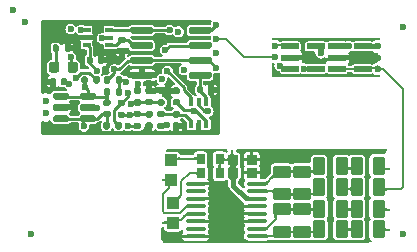
<source format=gtl>
G75*
G70*
%OFA0B0*%
%FSLAX25Y25*%
%IPPOS*%
%LPD*%
%AMOC8*
5,1,8,0,0,1.08239X$1,22.5*
%
%AMM1*
21,1,0.021650,0.052760,0.000000,0.000000,270.000000*
21,1,0.017320,0.057090,0.000000,0.000000,270.000000*
1,1,0.004330,-0.026380,-0.008660*
1,1,0.004330,-0.026380,0.008660*
1,1,0.004330,0.026380,0.008660*
1,1,0.004330,0.026380,-0.008660*
%
%AMM11*
21,1,0.027560,0.030710,0.000000,0.000000,180.000000*
21,1,0.022050,0.036220,0.000000,0.000000,180.000000*
1,1,0.005510,-0.011020,0.015350*
1,1,0.005510,0.011020,0.015350*
1,1,0.005510,0.011020,-0.015350*
1,1,0.005510,-0.011020,-0.015350*
%
%AMM12*
21,1,0.039370,0.049210,0.000000,0.000000,0.000000*
21,1,0.031500,0.057090,0.000000,0.000000,0.000000*
1,1,0.007870,0.015750,-0.024610*
1,1,0.007870,-0.015750,-0.024610*
1,1,0.007870,-0.015750,0.024610*
1,1,0.007870,0.015750,0.024610*
%
%AMM13*
21,1,0.039370,0.049210,0.000000,0.000000,90.000000*
21,1,0.031500,0.057090,0.000000,0.000000,90.000000*
1,1,0.007870,0.024610,0.015750*
1,1,0.007870,0.024610,-0.015750*
1,1,0.007870,-0.024610,-0.015750*
1,1,0.007870,-0.024610,0.015750*
%
%AMM14*
21,1,0.039370,0.035430,0.000000,0.000000,270.000000*
21,1,0.031500,0.043310,0.000000,0.000000,270.000000*
1,1,0.007870,-0.017720,-0.015750*
1,1,0.007870,-0.017720,0.015750*
1,1,0.007870,0.017720,0.015750*
1,1,0.007870,0.017720,-0.015750*
%
%AMM15*
21,1,0.033470,0.026770,0.000000,0.000000,0.000000*
21,1,0.026770,0.033470,0.000000,0.000000,0.000000*
1,1,0.006690,0.013390,-0.013390*
1,1,0.006690,-0.013390,-0.013390*
1,1,0.006690,-0.013390,0.013390*
1,1,0.006690,0.013390,0.013390*
%
%ADD10C,0.02362*%
%ADD11O,0.00787X0.04823*%
%ADD12O,0.36614X0.00787*%
%ADD13O,0.01969X0.00984*%
%ADD14O,0.00787X0.03937*%
%ADD15O,0.20472X0.00787*%
%ADD16O,0.69291X0.00787*%
%ADD17O,0.50394X0.00787*%
%ADD18O,0.00984X0.01969*%
%ADD19R,0.00984X0.24350*%
%ADD20R,0.00984X0.04390*%
%ADD21R,0.56201X0.00984*%
%ADD22R,0.59449X0.00984*%
%ADD23R,0.00984X0.20374*%
%ADD24C,0.00787*%
%ADD27R,0.02559X0.01575*%
%ADD28R,0.01575X0.02559*%
%ADD29C,0.00984*%
%ADD32M1*%
%ADD33C,0.01850*%
%ADD34C,0.01575*%
%ADD46O,0.01968X0.00984*%
%ADD47O,0.00984X0.01968*%
%ADD48O,0.07087X0.01378*%
%ADD49M11*%
%ADD50M12*%
%ADD51M13*%
%ADD52M14*%
%ADD53M15*%
%ADD54C,0.01181*%
X0000000Y0000000D02*
%LPD*%
G01*
D10*
X0121457Y0068504D03*
D11*
X0086417Y0060728D03*
D12*
X0104331Y0070866D03*
X0104331Y0058661D03*
D10*
X0121457Y0064764D03*
X0121457Y0061024D03*
X0087205Y0064961D03*
X0087205Y0068504D03*
D13*
X0124803Y0027657D03*
X0124803Y0020866D03*
X0124803Y0014075D03*
X0124803Y0007382D03*
D14*
X0049873Y0005173D03*
D15*
X0061042Y0033931D03*
D16*
X0084162Y0003333D03*
D17*
X0099409Y0033957D03*
D18*
X0072835Y0033465D03*
D13*
X0050174Y0009758D03*
X0050197Y0024016D03*
D10*
X0067470Y0066142D03*
X0067470Y0061417D03*
X0067470Y0070866D03*
X0067470Y0075591D03*
D19*
X0009793Y0065089D03*
D20*
X0009793Y0041270D03*
D21*
X0037402Y0076772D03*
D22*
X0039026Y0039567D03*
D23*
X0068258Y0049262D03*
D10*
X0010679Y0050157D03*
X0010679Y0046220D03*
D10*
X0003937Y0076772D03*
X0000000Y0080709D03*
X0005906Y0005906D03*
X0129921Y0005906D03*
X0129921Y0074803D03*
D24*
X0129134Y0020866D02*
X0124803Y0020866D01*
X0129921Y0054229D02*
X0129921Y0021654D01*
X0121457Y0061024D02*
X0123127Y0061024D01*
X0123127Y0061024D02*
X0129921Y0054229D01*
X0129921Y0021654D02*
X0129134Y0020866D01*
X0076772Y0064961D02*
X0087205Y0064961D01*
X0067470Y0070866D02*
X0070866Y0070866D01*
X0070866Y0070866D02*
X0076772Y0064961D01*
X0009203Y0038976D02*
%LPD*%
G01*
D10*
X0067471Y0066141D03*
X0067471Y0061417D03*
X0067471Y0070866D03*
X0067471Y0075590D03*
D19*
X0009794Y0065088D03*
D20*
X0009794Y0041269D03*
D21*
X0037402Y0076771D03*
D22*
X0039026Y0039567D03*
D23*
X0068258Y0049261D03*
D10*
X0010679Y0050157D03*
X0010679Y0046220D03*
G36*
G01*
X0026644Y0056594D02*
X0026644Y0058051D01*
G75*
G02*
X0027175Y0058582I0000531J0000000D01*
G01*
X0028238Y0058582D01*
G75*
G02*
X0028770Y0058051I0000000J-000531D01*
G01*
X0028770Y0056594D01*
G75*
G02*
X0028238Y0056063I-000531J0000000D01*
G01*
X0027175Y0056063D01*
G75*
G02*
X0026644Y0056594I0000000J0000531D01*
G01*
G37*
G36*
G01*
X0022628Y0056594D02*
X0022628Y0058051D01*
G75*
G02*
X0023160Y0058582I0000531J0000000D01*
G01*
X0024223Y0058582D01*
G75*
G02*
X0024754Y0058051I0000000J-000531D01*
G01*
X0024754Y0056594D01*
G75*
G02*
X0024223Y0056063I-000531J0000000D01*
G01*
X0023160Y0056063D01*
G75*
G02*
X0022628Y0056594I0000000J0000531D01*
G01*
G37*
G36*
G01*
X0049892Y0040905D02*
X0048435Y0040905D01*
G75*
G02*
X0047904Y0041437I0000000J0000531D01*
G01*
X0047904Y0042500D01*
G75*
G02*
X0048435Y0043031I0000531J0000000D01*
G01*
X0049892Y0043031D01*
G75*
G02*
X0050423Y0042500I0000000J-000531D01*
G01*
X0050423Y0041437D01*
G75*
G02*
X0049892Y0040905I-000531J0000000D01*
G01*
G37*
G36*
G01*
X0049892Y0044921D02*
X0048435Y0044921D01*
G75*
G02*
X0047904Y0045452I0000000J0000531D01*
G01*
X0047904Y0046515D01*
G75*
G02*
X0048435Y0047047I0000531J0000000D01*
G01*
X0049892Y0047047D01*
G75*
G02*
X0050423Y0046515I0000000J-000531D01*
G01*
X0050423Y0045452D01*
G75*
G02*
X0049892Y0044921I-000531J0000000D01*
G01*
G37*
G36*
G01*
X0038920Y0073248D02*
X0038920Y0074429D01*
G75*
G02*
X0039510Y0075019I0000591J0000000D01*
G01*
X0046006Y0075019D01*
G75*
G02*
X0046597Y0074429I0000000J-000591D01*
G01*
X0046597Y0073248D01*
G75*
G02*
X0046006Y0072657I-000591J0000000D01*
G01*
X0039510Y0072657D01*
G75*
G02*
X0038920Y0073248I0000000J0000591D01*
G01*
G37*
G36*
G01*
X0038920Y0068248D02*
X0038920Y0069429D01*
G75*
G02*
X0039510Y0070019I0000591J0000000D01*
G01*
X0046006Y0070019D01*
G75*
G02*
X0046597Y0069429I0000000J-000591D01*
G01*
X0046597Y0068248D01*
G75*
G02*
X0046006Y0067657I-000591J0000000D01*
G01*
X0039510Y0067657D01*
G75*
G02*
X0038920Y0068248I0000000J0000591D01*
G01*
G37*
G36*
G01*
X0038920Y0063248D02*
X0038920Y0064429D01*
G75*
G02*
X0039510Y0065019I0000591J0000000D01*
G01*
X0046006Y0065019D01*
G75*
G02*
X0046597Y0064429I0000000J-000591D01*
G01*
X0046597Y0063248D01*
G75*
G02*
X0046006Y0062657I-000591J0000000D01*
G01*
X0039510Y0062657D01*
G75*
G02*
X0038920Y0063248I0000000J0000591D01*
G01*
G37*
G36*
G01*
X0038920Y0058248D02*
X0038920Y0059429D01*
G75*
G02*
X0039510Y0060019I0000591J0000000D01*
G01*
X0046006Y0060019D01*
G75*
G02*
X0046597Y0059429I0000000J-000591D01*
G01*
X0046597Y0058248D01*
G75*
G02*
X0046006Y0057657I-000591J0000000D01*
G01*
X0039510Y0057657D01*
G75*
G02*
X0038920Y0058248I0000000J0000591D01*
G01*
G37*
G36*
G01*
X0058408Y0058248D02*
X0058408Y0059429D01*
G75*
G02*
X0058998Y0060019I0000591J0000000D01*
G01*
X0065494Y0060019D01*
G75*
G02*
X0066085Y0059429I0000000J-000591D01*
G01*
X0066085Y0058248D01*
G75*
G02*
X0065494Y0057657I-000591J0000000D01*
G01*
X0058998Y0057657D01*
G75*
G02*
X0058408Y0058248I0000000J0000591D01*
G01*
G37*
G36*
G01*
X0058408Y0063248D02*
X0058408Y0064429D01*
G75*
G02*
X0058998Y0065019I0000591J0000000D01*
G01*
X0065494Y0065019D01*
G75*
G02*
X0066085Y0064429I0000000J-000591D01*
G01*
X0066085Y0063248D01*
G75*
G02*
X0065494Y0062657I-000591J0000000D01*
G01*
X0058998Y0062657D01*
G75*
G02*
X0058408Y0063248I0000000J0000591D01*
G01*
G37*
G36*
G01*
X0058408Y0068248D02*
X0058408Y0069429D01*
G75*
G02*
X0058998Y0070019I0000591J0000000D01*
G01*
X0065494Y0070019D01*
G75*
G02*
X0066085Y0069429I0000000J-000591D01*
G01*
X0066085Y0068248D01*
G75*
G02*
X0065494Y0067657I-000591J0000000D01*
G01*
X0058998Y0067657D01*
G75*
G02*
X0058408Y0068248I0000000J0000591D01*
G01*
G37*
G36*
G01*
X0058408Y0073248D02*
X0058408Y0074429D01*
G75*
G02*
X0058998Y0075019I0000591J0000000D01*
G01*
X0065494Y0075019D01*
G75*
G02*
X0066085Y0074429I0000000J-000591D01*
G01*
X0066085Y0073248D01*
G75*
G02*
X0065494Y0072657I-000591J0000000D01*
G01*
X0058998Y0072657D01*
G75*
G02*
X0058408Y0073248I0000000J0000591D01*
G01*
G37*
D27*
X0024400Y0073976D03*
X0024400Y0071417D03*
X0024400Y0068858D03*
X0031880Y0068858D03*
X0031880Y0071417D03*
X0031880Y0073976D03*
G36*
G01*
X0040561Y0054888D02*
X0042018Y0054888D01*
G75*
G02*
X0042549Y0054356I0000000J-000531D01*
G01*
X0042549Y0053293D01*
G75*
G02*
X0042018Y0052762I-000531J0000000D01*
G01*
X0040561Y0052762D01*
G75*
G02*
X0040030Y0053293I0000000J0000531D01*
G01*
X0040030Y0054356D01*
G75*
G02*
X0040561Y0054888I0000531J0000000D01*
G01*
G37*
G36*
G01*
X0040561Y0050872D02*
X0042018Y0050872D01*
G75*
G02*
X0042549Y0050341I0000000J-000531D01*
G01*
X0042549Y0049278D01*
G75*
G02*
X0042018Y0048746I-000531J0000000D01*
G01*
X0040561Y0048746D01*
G75*
G02*
X0040030Y0049278I0000000J0000531D01*
G01*
X0040030Y0050341D01*
G75*
G02*
X0040561Y0050872I0000531J0000000D01*
G01*
G37*
G36*
G01*
X0045896Y0048825D02*
X0044557Y0048825D01*
G75*
G02*
X0044006Y0049376I0000000J0000551D01*
G01*
X0044006Y0050478D01*
G75*
G02*
X0044557Y0051030I0000551J0000000D01*
G01*
X0045896Y0051030D01*
G75*
G02*
X0046447Y0050478I0000000J-000551D01*
G01*
X0046447Y0049376D01*
G75*
G02*
X0045896Y0048825I-000551J0000000D01*
G01*
G37*
G36*
G01*
X0045896Y0052604D02*
X0044557Y0052604D01*
G75*
G02*
X0044006Y0053156I0000000J0000551D01*
G01*
X0044006Y0054258D01*
G75*
G02*
X0044557Y0054809I0000551J0000000D01*
G01*
X0045896Y0054809D01*
G75*
G02*
X0046447Y0054258I0000000J-000551D01*
G01*
X0046447Y0053156D01*
G75*
G02*
X0045896Y0052604I-000551J0000000D01*
G01*
G37*
G36*
G01*
X0042018Y0040905D02*
X0040561Y0040905D01*
G75*
G02*
X0040030Y0041437I0000000J0000531D01*
G01*
X0040030Y0042500D01*
G75*
G02*
X0040561Y0043031I0000531J0000000D01*
G01*
X0042018Y0043031D01*
G75*
G02*
X0042549Y0042500I0000000J-000531D01*
G01*
X0042549Y0041437D01*
G75*
G02*
X0042018Y0040905I-000531J0000000D01*
G01*
G37*
G36*
G01*
X0042018Y0044921D02*
X0040561Y0044921D01*
G75*
G02*
X0040030Y0045452I0000000J0000531D01*
G01*
X0040030Y0046515D01*
G75*
G02*
X0040561Y0047047I0000531J0000000D01*
G01*
X0042018Y0047047D01*
G75*
G02*
X0042549Y0046515I0000000J-000531D01*
G01*
X0042549Y0045452D01*
G75*
G02*
X0042018Y0044921I-000531J0000000D01*
G01*
G37*
G36*
G01*
X0053612Y0046968D02*
X0054951Y0046968D01*
G75*
G02*
X0055502Y0046417I0000000J-000551D01*
G01*
X0055502Y0045315D01*
G75*
G02*
X0054951Y0044763I-000551J0000000D01*
G01*
X0053612Y0044763D01*
G75*
G02*
X0053061Y0045315I0000000J0000551D01*
G01*
X0053061Y0046417D01*
G75*
G02*
X0053612Y0046968I0000551J0000000D01*
G01*
G37*
G36*
G01*
X0053612Y0043189D02*
X0054951Y0043189D01*
G75*
G02*
X0055502Y0042637I0000000J-000551D01*
G01*
X0055502Y0041535D01*
G75*
G02*
X0054951Y0040984I-000551J0000000D01*
G01*
X0053612Y0040984D01*
G75*
G02*
X0053061Y0041535I0000000J0000551D01*
G01*
X0053061Y0042637D01*
G75*
G02*
X0053612Y0043189I0000551J0000000D01*
G01*
G37*
G36*
G01*
X0030483Y0050826D02*
X0031821Y0050826D01*
G75*
G02*
X0032372Y0050275I0000000J-000551D01*
G01*
X0032372Y0049173D01*
G75*
G02*
X0031821Y0048622I-000551J0000000D01*
G01*
X0030483Y0048622D01*
G75*
G02*
X0029931Y0049173I0000000J0000551D01*
G01*
X0029931Y0050275D01*
G75*
G02*
X0030483Y0050826I0000551J0000000D01*
G01*
G37*
G36*
G01*
X0030483Y0047047D02*
X0031821Y0047047D01*
G75*
G02*
X0032372Y0046496I0000000J-000551D01*
G01*
X0032372Y0045393D01*
G75*
G02*
X0031821Y0044842I-000551J0000000D01*
G01*
X0030483Y0044842D01*
G75*
G02*
X0029931Y0045393I0000000J0000551D01*
G01*
X0029931Y0046496D01*
G75*
G02*
X0030483Y0047047I0000551J0000000D01*
G01*
G37*
G36*
G01*
X0036250Y0054074D02*
X0036250Y0052618D01*
G75*
G02*
X0035719Y0052086I-000531J0000000D01*
G01*
X0034656Y0052086D01*
G75*
G02*
X0034124Y0052618I0000000J0000531D01*
G01*
X0034124Y0054074D01*
G75*
G02*
X0034656Y0054606I0000531J0000000D01*
G01*
X0035719Y0054606D01*
G75*
G02*
X0036250Y0054074I0000000J-000531D01*
G01*
G37*
G36*
G01*
X0032234Y0054074D02*
X0032234Y0052618D01*
G75*
G02*
X0031703Y0052086I-000531J0000000D01*
G01*
X0030640Y0052086D01*
G75*
G02*
X0030109Y0052618I0000000J0000531D01*
G01*
X0030109Y0054074D01*
G75*
G02*
X0030640Y0054606I0000531J0000000D01*
G01*
X0031703Y0054606D01*
G75*
G02*
X0032234Y0054074I0000000J-000531D01*
G01*
G37*
G36*
G01*
X0067077Y0054803D02*
X0067077Y0053464D01*
G75*
G02*
X0066526Y0052913I-000551J0000000D01*
G01*
X0065423Y0052913D01*
G75*
G02*
X0064872Y0053464I0000000J0000551D01*
G01*
X0064872Y0054803D01*
G75*
G02*
X0065423Y0055354I0000551J0000000D01*
G01*
X0066526Y0055354D01*
G75*
G02*
X0067077Y0054803I0000000J-000551D01*
G01*
G37*
G36*
G01*
X0063297Y0054803D02*
X0063297Y0053464D01*
G75*
G02*
X0062746Y0052913I-000551J0000000D01*
G01*
X0061644Y0052913D01*
G75*
G02*
X0061093Y0053464I0000000J0000551D01*
G01*
X0061093Y0054803D01*
G75*
G02*
X0061644Y0055354I0000551J0000000D01*
G01*
X0062746Y0055354D01*
G75*
G02*
X0063297Y0054803I0000000J-000551D01*
G01*
G37*
G36*
G01*
X0018022Y0060566D02*
X0018022Y0062583D01*
G75*
G02*
X0018883Y0063445I0000861J0000000D01*
G01*
X0020606Y0063445D01*
G75*
G02*
X0021467Y0062583I0000000J-000861D01*
G01*
X0021467Y0060566D01*
G75*
G02*
X0020606Y0059704I-000861J0000000D01*
G01*
X0018883Y0059704D01*
G75*
G02*
X0018022Y0060566I0000000J0000861D01*
G01*
G37*
G36*
G01*
X0011821Y0060566D02*
X0011821Y0062583D01*
G75*
G02*
X0012682Y0063445I0000861J0000000D01*
G01*
X0014405Y0063445D01*
G75*
G02*
X0015266Y0062583I0000000J-000861D01*
G01*
X0015266Y0060566D01*
G75*
G02*
X0014405Y0059704I-000861J0000000D01*
G01*
X0012682Y0059704D01*
G75*
G02*
X0011821Y0060566I0000000J0000861D01*
G01*
G37*
G36*
G01*
X0036801Y0065787D02*
X0035463Y0065787D01*
G75*
G02*
X0034912Y0066338I0000000J0000551D01*
G01*
X0034912Y0067441D01*
G75*
G02*
X0035463Y0067992I0000551J0000000D01*
G01*
X0036801Y0067992D01*
G75*
G02*
X0037353Y0067441I0000000J-000551D01*
G01*
X0037353Y0066338D01*
G75*
G02*
X0036801Y0065787I-000551J0000000D01*
G01*
G37*
G36*
G01*
X0036801Y0069567D02*
X0035463Y0069567D01*
G75*
G02*
X0034912Y0070118I0000000J0000551D01*
G01*
X0034912Y0071220D01*
G75*
G02*
X0035463Y0071771I0000551J0000000D01*
G01*
X0036801Y0071771D01*
G75*
G02*
X0037353Y0071220I0000000J-000551D01*
G01*
X0037353Y0070118D01*
G75*
G02*
X0036801Y0069567I-000551J0000000D01*
G01*
G37*
G36*
G01*
X0019164Y0068641D02*
X0019164Y0067185D01*
G75*
G02*
X0018632Y0066653I-000531J0000000D01*
G01*
X0017569Y0066653D01*
G75*
G02*
X0017038Y0067185I0000000J0000531D01*
G01*
X0017038Y0068641D01*
G75*
G02*
X0017569Y0069173I0000531J0000000D01*
G01*
X0018632Y0069173D01*
G75*
G02*
X0019164Y0068641I0000000J-000531D01*
G01*
G37*
G36*
G01*
X0015148Y0068641D02*
X0015148Y0067185D01*
G75*
G02*
X0014616Y0066653I-000531J0000000D01*
G01*
X0013553Y0066653D01*
G75*
G02*
X0013022Y0067185I0000000J0000531D01*
G01*
X0013022Y0068641D01*
G75*
G02*
X0013553Y0069173I0000531J0000000D01*
G01*
X0014616Y0069173D01*
G75*
G02*
X0015148Y0068641I0000000J-000531D01*
G01*
G37*
G36*
G01*
X0030109Y0056555D02*
X0030109Y0058011D01*
G75*
G02*
X0030640Y0058543I0000531J0000000D01*
G01*
X0031703Y0058543D01*
G75*
G02*
X0032234Y0058011I0000000J-000531D01*
G01*
X0032234Y0056555D01*
G75*
G02*
X0031703Y0056023I-000531J0000000D01*
G01*
X0030640Y0056023D01*
G75*
G02*
X0030109Y0056555I0000000J0000531D01*
G01*
G37*
G36*
G01*
X0034124Y0056555D02*
X0034124Y0058011D01*
G75*
G02*
X0034656Y0058543I0000531J0000000D01*
G01*
X0035719Y0058543D01*
G75*
G02*
X0036250Y0058011I0000000J-000531D01*
G01*
X0036250Y0056555D01*
G75*
G02*
X0035719Y0056023I-000531J0000000D01*
G01*
X0034656Y0056023D01*
G75*
G02*
X0034124Y0056555I0000000J0000531D01*
G01*
G37*
G36*
G01*
X0035246Y0050764D02*
X0036703Y0050764D01*
G75*
G02*
X0037234Y0050233I0000000J-000531D01*
G01*
X0037234Y0049170D01*
G75*
G02*
X0036703Y0048638I-000531J0000000D01*
G01*
X0035246Y0048638D01*
G75*
G02*
X0034715Y0049170I0000000J0000531D01*
G01*
X0034715Y0050233D01*
G75*
G02*
X0035246Y0050764I0000531J0000000D01*
G01*
G37*
G36*
G01*
X0035246Y0046748D02*
X0036703Y0046748D01*
G75*
G02*
X0037234Y0046217I0000000J-000531D01*
G01*
X0037234Y0045154D01*
G75*
G02*
X0036703Y0044623I-000531J0000000D01*
G01*
X0035246Y0044623D01*
G75*
G02*
X0034715Y0045154I0000000J0000531D01*
G01*
X0034715Y0046217D01*
G75*
G02*
X0035246Y0046748I0000531J0000000D01*
G01*
G37*
G36*
G01*
X0017904Y0057362D02*
X0017904Y0056023D01*
G75*
G02*
X0017353Y0055472I-000551J0000000D01*
G01*
X0016250Y0055472D01*
G75*
G02*
X0015699Y0056023I0000000J0000551D01*
G01*
X0015699Y0057362D01*
G75*
G02*
X0016250Y0057913I0000551J0000000D01*
G01*
X0017353Y0057913D01*
G75*
G02*
X0017904Y0057362I0000000J-000551D01*
G01*
G37*
G36*
G01*
X0014124Y0057362D02*
X0014124Y0056023D01*
G75*
G02*
X0013573Y0055472I-000551J0000000D01*
G01*
X0012471Y0055472D01*
G75*
G02*
X0011920Y0056023I0000000J0000551D01*
G01*
X0011920Y0057362D01*
G75*
G02*
X0012471Y0057913I0000551J0000000D01*
G01*
X0013573Y0057913D01*
G75*
G02*
X0014124Y0057362I0000000J-000551D01*
G01*
G37*
G36*
G01*
X0054951Y0048825D02*
X0053612Y0048825D01*
G75*
G02*
X0053061Y0049376I0000000J0000551D01*
G01*
X0053061Y0050478D01*
G75*
G02*
X0053612Y0051030I0000551J0000000D01*
G01*
X0054951Y0051030D01*
G75*
G02*
X0055502Y0050478I0000000J-000551D01*
G01*
X0055502Y0049376D01*
G75*
G02*
X0054951Y0048825I-000551J0000000D01*
G01*
G37*
G36*
G01*
X0054951Y0052604D02*
X0053612Y0052604D01*
G75*
G02*
X0053061Y0053156I0000000J0000551D01*
G01*
X0053061Y0054258D01*
G75*
G02*
X0053612Y0054809I0000551J0000000D01*
G01*
X0054951Y0054809D01*
G75*
G02*
X0055502Y0054258I0000000J-000551D01*
G01*
X0055502Y0053156D01*
G75*
G02*
X0054951Y0052604I-000551J0000000D01*
G01*
G37*
G36*
G01*
X0029931Y0041299D02*
X0029931Y0042756D01*
G75*
G02*
X0030463Y0043287I0000531J0000000D01*
G01*
X0031526Y0043287D01*
G75*
G02*
X0032057Y0042756I0000000J-000531D01*
G01*
X0032057Y0041299D01*
G75*
G02*
X0031526Y0040767I-000531J0000000D01*
G01*
X0030463Y0040767D01*
G75*
G02*
X0029931Y0041299I0000000J0000531D01*
G01*
G37*
G36*
G01*
X0033947Y0041299D02*
X0033947Y0042756D01*
G75*
G02*
X0034479Y0043287I0000531J0000000D01*
G01*
X0035542Y0043287D01*
G75*
G02*
X0036073Y0042756I0000000J-000531D01*
G01*
X0036073Y0041299D01*
G75*
G02*
X0035542Y0040767I-000531J0000000D01*
G01*
X0034479Y0040767D01*
G75*
G02*
X0033947Y0041299I0000000J0000531D01*
G01*
G37*
D28*
X0059190Y0042519D03*
X0061749Y0042519D03*
X0064308Y0042519D03*
X0064308Y0050000D03*
X0061749Y0050000D03*
X0059190Y0050000D03*
G36*
G01*
X0013241Y0051305D02*
X0013241Y0052486D01*
G75*
G02*
X0013832Y0053077I0000591J0000000D01*
G01*
X0017867Y0053077D01*
G75*
G02*
X0018458Y0052486I0000000J-000591D01*
G01*
X0018458Y0051305D01*
G75*
G02*
X0017867Y0050715I-000591J0000000D01*
G01*
X0013832Y0050715D01*
G75*
G02*
X0013241Y0051305I0000000J0000591D01*
G01*
G37*
G36*
G01*
X0013241Y0047565D02*
X0013241Y0048746D01*
G75*
G02*
X0013832Y0049337I0000591J0000000D01*
G01*
X0017867Y0049337D01*
G75*
G02*
X0018458Y0048746I0000000J-000591D01*
G01*
X0018458Y0047565D01*
G75*
G02*
X0017867Y0046974I-000591J0000000D01*
G01*
X0013832Y0046974D01*
G75*
G02*
X0013241Y0047565I0000000J0000591D01*
G01*
G37*
G36*
G01*
X0013241Y0043825D02*
X0013241Y0045006D01*
G75*
G02*
X0013832Y0045596I0000591J0000000D01*
G01*
X0017867Y0045596D01*
G75*
G02*
X0018458Y0045006I0000000J-000591D01*
G01*
X0018458Y0043825D01*
G75*
G02*
X0017867Y0043234I-000591J0000000D01*
G01*
X0013832Y0043234D01*
G75*
G02*
X0013241Y0043825I0000000J0000591D01*
G01*
G37*
G36*
G01*
X0022198Y0043825D02*
X0022198Y0045006D01*
G75*
G02*
X0022788Y0045596I0000591J0000000D01*
G01*
X0026824Y0045596D01*
G75*
G02*
X0027414Y0045006I0000000J-000591D01*
G01*
X0027414Y0043825D01*
G75*
G02*
X0026824Y0043234I-000591J0000000D01*
G01*
X0022788Y0043234D01*
G75*
G02*
X0022198Y0043825I0000000J0000591D01*
G01*
G37*
G36*
G01*
X0022198Y0047565D02*
X0022198Y0048746D01*
G75*
G02*
X0022788Y0049337I0000591J0000000D01*
G01*
X0026824Y0049337D01*
G75*
G02*
X0027414Y0048746I0000000J-000591D01*
G01*
X0027414Y0047565D01*
G75*
G02*
X0026824Y0046974I-000591J0000000D01*
G01*
X0022788Y0046974D01*
G75*
G02*
X0022198Y0047565I0000000J0000591D01*
G01*
G37*
G36*
G01*
X0022198Y0051305D02*
X0022198Y0052486D01*
G75*
G02*
X0022788Y0053077I0000591J0000000D01*
G01*
X0026824Y0053077D01*
G75*
G02*
X0027414Y0052486I0000000J-000591D01*
G01*
X0027414Y0051305D01*
G75*
G02*
X0026824Y0050715I-000591J0000000D01*
G01*
X0022788Y0050715D01*
G75*
G02*
X0022198Y0051305I0000000J0000591D01*
G01*
G37*
G36*
G01*
X0024360Y0063189D02*
X0024360Y0064527D01*
G75*
G02*
X0024912Y0065078I0000551J0000000D01*
G01*
X0026014Y0065078D01*
G75*
G02*
X0026565Y0064527I0000000J-000551D01*
G01*
X0026565Y0063189D01*
G75*
G02*
X0026014Y0062637I-000551J0000000D01*
G01*
X0024912Y0062637D01*
G75*
G02*
X0024360Y0063189I0000000J0000551D01*
G01*
G37*
G36*
G01*
X0028140Y0063189D02*
X0028140Y0064527D01*
G75*
G02*
X0028691Y0065078I0000551J0000000D01*
G01*
X0029794Y0065078D01*
G75*
G02*
X0030345Y0064527I0000000J-000551D01*
G01*
X0030345Y0063189D01*
G75*
G02*
X0029794Y0062637I-000551J0000000D01*
G01*
X0028691Y0062637D01*
G75*
G02*
X0028140Y0063189I0000000J0000551D01*
G01*
G37*
G36*
G01*
X0045896Y0040984D02*
X0044557Y0040984D01*
G75*
G02*
X0044006Y0041535I0000000J0000551D01*
G01*
X0044006Y0042637D01*
G75*
G02*
X0044557Y0043189I0000551J0000000D01*
G01*
X0045896Y0043189D01*
G75*
G02*
X0046447Y0042637I0000000J-000551D01*
G01*
X0046447Y0041535D01*
G75*
G02*
X0045896Y0040984I-000551J0000000D01*
G01*
G37*
G36*
G01*
X0045896Y0044763D02*
X0044557Y0044763D01*
G75*
G02*
X0044006Y0045315I0000000J0000551D01*
G01*
X0044006Y0046417D01*
G75*
G02*
X0044557Y0046968I0000551J0000000D01*
G01*
X0045896Y0046968D01*
G75*
G02*
X0046447Y0046417I0000000J-000551D01*
G01*
X0046447Y0045315D01*
G75*
G02*
X0045896Y0044763I-000551J0000000D01*
G01*
G37*
G36*
G01*
X0049892Y0048746D02*
X0048435Y0048746D01*
G75*
G02*
X0047904Y0049278I0000000J0000531D01*
G01*
X0047904Y0050341D01*
G75*
G02*
X0048435Y0050872I0000531J0000000D01*
G01*
X0049892Y0050872D01*
G75*
G02*
X0050423Y0050341I0000000J-000531D01*
G01*
X0050423Y0049278D01*
G75*
G02*
X0049892Y0048746I-000531J0000000D01*
G01*
G37*
G36*
G01*
X0049892Y0052762D02*
X0048435Y0052762D01*
G75*
G02*
X0047904Y0053293I0000000J0000531D01*
G01*
X0047904Y0054356D01*
G75*
G02*
X0048435Y0054888I0000531J0000000D01*
G01*
X0049892Y0054888D01*
G75*
G02*
X0050423Y0054356I0000000J-000531D01*
G01*
X0050423Y0053293D01*
G75*
G02*
X0049892Y0052762I-000531J0000000D01*
G01*
G37*
D10*
X0020860Y0057913D03*
X0027087Y0075883D03*
X0067628Y0040354D03*
X0010857Y0074133D03*
X0011073Y0065846D03*
X0044439Y0040551D03*
X0036092Y0064831D03*
X0018387Y0048177D03*
X0030728Y0061058D03*
X0026526Y0040551D03*
X0018296Y0040606D03*
X0048278Y0060531D03*
X0050448Y0052635D03*
X0010581Y0057677D03*
X0037943Y0060039D03*
X0067471Y0049311D03*
X0045128Y0056299D03*
X0056924Y0075674D03*
X0067372Y0045177D03*
X0023772Y0055034D03*
X0023476Y0041888D03*
X0041352Y0055828D03*
X0027968Y0047956D03*
X0018641Y0055967D03*
X0019124Y0074252D03*
X0064950Y0046861D03*
X0029503Y0071166D03*
X0027850Y0060415D03*
X0038738Y0045745D03*
X0060188Y0046950D03*
X0054969Y0073385D03*
X0022603Y0073972D03*
X0052018Y0073980D03*
X0051326Y0060235D03*
X0050661Y0067270D03*
X0039142Y0049249D03*
X0019147Y0064941D03*
X0033671Y0060822D03*
X0037416Y0056780D03*
X0038042Y0052854D03*
X0049459Y0057677D03*
X0056807Y0060687D03*
X0051095Y0042147D03*
X0038238Y0042027D03*
D29*
X0035187Y0057283D02*
X0036913Y0057283D01*
X0035010Y0057106D02*
X0035187Y0057283D01*
X0036913Y0057283D02*
X0037416Y0056780D01*
X0035010Y0053346D02*
X0035010Y0057106D01*
X0033671Y0059783D02*
X0033671Y0060822D01*
X0031172Y0057283D02*
X0033671Y0059783D01*
X0031152Y0053326D02*
X0031172Y0053346D01*
X0031152Y0051771D02*
X0031152Y0053326D01*
X0025266Y0059763D02*
X0027707Y0057322D01*
X0022575Y0059763D02*
X0025266Y0059763D01*
X0020860Y0057913D02*
X0020860Y0058049D01*
X0020860Y0058049D02*
X0022575Y0059763D01*
X0025463Y0068149D02*
X0024754Y0068858D01*
X0025463Y0063858D02*
X0025463Y0068149D01*
X0025463Y0062802D02*
X0025463Y0063858D01*
X0027850Y0060415D02*
X0025463Y0062802D01*
X0023772Y0057242D02*
X0023691Y0057322D01*
X0023772Y0055034D02*
X0023772Y0057242D01*
X0025001Y0053805D02*
X0025001Y0051969D01*
X0023772Y0055034D02*
X0025001Y0053805D01*
X0019147Y0062172D02*
X0019744Y0061574D01*
X0019147Y0064941D02*
X0019147Y0062172D01*
X0014085Y0062116D02*
X0013544Y0061574D01*
X0014085Y0067913D02*
X0014085Y0062116D01*
X0019744Y0061574D02*
X0020138Y0061574D01*
X0016801Y0056693D02*
X0017916Y0056693D01*
X0017916Y0056693D02*
X0018641Y0055967D01*
X0035281Y0060822D02*
X0033671Y0060822D01*
X0038238Y0063779D02*
X0035281Y0060822D01*
X0042699Y0063779D02*
X0038238Y0063779D01*
X0025197Y0051771D02*
X0015847Y0051771D01*
X0031152Y0049724D02*
X0031152Y0051771D01*
X0026920Y0051771D02*
X0031152Y0051771D01*
X0023476Y0041888D02*
X0023327Y0042037D01*
X0029500Y0045945D02*
X0031152Y0045945D01*
X0023327Y0042037D02*
X0023327Y0044291D01*
X0031152Y0045945D02*
X0031152Y0042480D01*
X0027847Y0044291D02*
X0029500Y0045945D01*
X0024803Y0044291D02*
X0027847Y0044291D01*
X0024803Y0044291D02*
X0015847Y0044291D01*
X0041352Y0055828D02*
X0041352Y0053966D01*
X0029754Y0071417D02*
X0032234Y0071417D01*
X0065719Y0073838D02*
X0067471Y0075590D01*
X0027893Y0048031D02*
X0024951Y0048031D01*
X0027968Y0047956D02*
X0027893Y0048031D01*
X0041352Y0053966D02*
X0041290Y0053904D01*
X0062246Y0073838D02*
X0065719Y0073838D01*
X0064764Y0047047D02*
X0063573Y0047047D01*
X0064950Y0046861D02*
X0064764Y0047047D01*
X0061749Y0048871D02*
X0061749Y0050000D01*
X0063573Y0047047D02*
X0061749Y0048871D01*
X0029503Y0071166D02*
X0029754Y0071417D01*
X0064247Y0043617D02*
X0064247Y0043543D01*
X0038691Y0045905D02*
X0045187Y0045905D01*
X0054282Y0049903D02*
X0054282Y0049927D01*
X0060914Y0046950D02*
X0064247Y0043617D01*
X0056999Y0047186D02*
X0054282Y0049903D01*
X0035975Y0045686D02*
X0038679Y0045686D01*
X0060188Y0046950D02*
X0059952Y0047186D01*
X0060188Y0046950D02*
X0060914Y0046950D01*
X0059952Y0047186D02*
X0056999Y0047186D01*
X0022603Y0073972D02*
X0022607Y0073976D01*
X0022607Y0073976D02*
X0024754Y0073976D01*
X0040908Y0073976D02*
X0041144Y0074212D01*
X0032234Y0073976D02*
X0040908Y0073976D01*
X0051982Y0074015D02*
X0042778Y0074015D01*
X0052018Y0073980D02*
X0051982Y0074015D01*
X0052092Y0068700D02*
X0061912Y0068700D01*
X0059190Y0050000D02*
X0059190Y0051599D01*
X0056683Y0054106D02*
X0056683Y0054878D01*
X0059190Y0051599D02*
X0056683Y0054106D01*
X0050661Y0067270D02*
X0052092Y0068700D01*
X0056683Y0054878D02*
X0051326Y0060235D01*
X0049360Y0045866D02*
X0049164Y0046063D01*
X0059129Y0043543D02*
X0057060Y0045611D01*
X0054282Y0045866D02*
X0049360Y0045866D01*
X0057060Y0045611D02*
X0054536Y0045611D01*
X0045478Y0049700D02*
X0045660Y0049882D01*
X0039142Y0049249D02*
X0039780Y0049888D01*
X0039780Y0049888D02*
X0049164Y0049888D01*
X0065049Y0063838D02*
X0067471Y0061417D01*
X0042758Y0064035D02*
X0062246Y0064035D01*
X0062246Y0063838D02*
X0065049Y0063838D01*
X0033514Y0047241D02*
X0035975Y0049701D01*
X0035010Y0042027D02*
X0033514Y0043523D01*
X0033514Y0043523D02*
X0033514Y0047241D01*
X0038042Y0051768D02*
X0035975Y0049701D01*
X0038042Y0052854D02*
X0038042Y0051768D01*
X0038297Y0041968D02*
X0041211Y0041968D01*
X0038238Y0042027D02*
X0038297Y0041968D01*
X0041211Y0041968D02*
X0041290Y0041889D01*
X0036132Y0070669D02*
X0035993Y0070669D01*
X0039833Y0069094D02*
X0042699Y0069094D01*
X0035993Y0070669D02*
X0034182Y0068858D01*
X0034182Y0068858D02*
X0031880Y0068858D01*
X0038258Y0070669D02*
X0039833Y0069094D01*
X0036132Y0070669D02*
X0038258Y0070669D01*
X0064321Y0051496D02*
X0062156Y0053661D01*
X0062156Y0053661D02*
X0062156Y0058681D01*
X0064321Y0050393D02*
X0064321Y0051496D01*
G36*
X0068648Y0059692D02*
G01*
X0068748Y0059473D01*
X0068750Y0059428D01*
X0068750Y0039466D01*
X0068676Y0039237D01*
X0068481Y0039095D01*
X0068360Y0039076D01*
X0009693Y0039076D01*
X0009464Y0039151D01*
X0009322Y0039346D01*
X0009303Y0039466D01*
X0009303Y0043221D01*
X0009378Y0043450D01*
X0009573Y0043592D01*
X0009786Y0043600D01*
X0010345Y0043462D01*
X0010345Y0043462D01*
X0011014Y0043462D01*
X0011014Y0043462D01*
X0011665Y0043622D01*
X0012095Y0043849D01*
X0012333Y0043889D01*
X0012549Y0043782D01*
X0012661Y0043569D01*
X0012663Y0043550D01*
X0012663Y0043550D01*
X0012841Y0043146D01*
X0012841Y0043146D01*
X0012841Y0043146D01*
X0013153Y0042835D01*
X0013153Y0042835D01*
X0013153Y0042835D01*
X0013466Y0042696D01*
X0013557Y0042656D01*
X0013656Y0042645D01*
X0018043Y0042645D01*
X0018142Y0042656D01*
X0018202Y0042683D01*
X0018546Y0042835D01*
X0018546Y0042835D01*
X0018546Y0042835D01*
X0018728Y0043017D01*
X0018806Y0043095D01*
X0019021Y0043205D01*
X0019082Y0043209D01*
X0021527Y0043209D01*
X0021756Y0043135D01*
X0021898Y0042940D01*
X0021898Y0042699D01*
X0021881Y0042658D01*
X0021760Y0042392D01*
X0021760Y0042392D01*
X0021688Y0041888D01*
X0021688Y0041888D01*
X0021760Y0041384D01*
X0021760Y0041384D01*
X0021760Y0041384D01*
X0021760Y0041384D01*
X0021971Y0040921D01*
X0022305Y0040536D01*
X0022733Y0040261D01*
X0023222Y0040117D01*
X0023222Y0040117D01*
X0023731Y0040117D01*
X0023731Y0040117D01*
X0024219Y0040261D01*
X0024648Y0040536D01*
X0024981Y0040921D01*
X0025192Y0041384D01*
X0025192Y0041384D01*
X0025265Y0041888D01*
X0025265Y0041888D01*
X0025220Y0042200D01*
X0025261Y0042437D01*
X0025434Y0042605D01*
X0025606Y0042645D01*
X0027000Y0042645D01*
X0027000Y0042645D01*
X0027099Y0042656D01*
X0027159Y0042683D01*
X0027502Y0042835D01*
X0027502Y0042835D01*
X0027502Y0042835D01*
X0027775Y0043107D01*
X0027974Y0043214D01*
X0028269Y0043272D01*
X0028429Y0043379D01*
X0028627Y0043511D01*
X0028666Y0043570D01*
X0028714Y0043629D01*
X0028867Y0043782D01*
X0029082Y0043891D01*
X0029320Y0043854D01*
X0029490Y0043683D01*
X0029528Y0043445D01*
X0029500Y0043349D01*
X0029410Y0043146D01*
X0029353Y0043017D01*
X0029342Y0042923D01*
X0029342Y0041131D01*
X0029353Y0041038D01*
X0029353Y0041038D01*
X0029353Y0041038D01*
X0029522Y0040654D01*
X0029818Y0040358D01*
X0030202Y0040189D01*
X0030295Y0040178D01*
X0030295Y0040178D01*
X0030295Y0040178D01*
X0031693Y0040178D01*
X0031693Y0040178D01*
X0031787Y0040189D01*
X0032170Y0040358D01*
X0032467Y0040654D01*
X0032636Y0041038D01*
X0032636Y0041038D01*
X0032646Y0041060D01*
X0032806Y0041240D01*
X0033042Y0041290D01*
X0033262Y0041193D01*
X0033359Y0041060D01*
X0033369Y0041038D01*
X0033369Y0041038D01*
X0033538Y0040654D01*
X0033834Y0040358D01*
X0034218Y0040189D01*
X0034311Y0040178D01*
X0034311Y0040178D01*
X0034311Y0040178D01*
X0035709Y0040178D01*
X0035709Y0040178D01*
X0035803Y0040189D01*
X0036186Y0040358D01*
X0036482Y0040654D01*
X0036482Y0040654D01*
X0036508Y0040680D01*
X0036519Y0040669D01*
X0036653Y0040773D01*
X0036894Y0040780D01*
X0037040Y0040687D01*
X0037046Y0040694D01*
X0037067Y0040675D01*
X0037067Y0040675D01*
X0037495Y0040400D01*
X0037984Y0040257D01*
X0037984Y0040257D01*
X0038493Y0040257D01*
X0038493Y0040257D01*
X0038981Y0040400D01*
X0039345Y0040634D01*
X0039578Y0040695D01*
X0039802Y0040608D01*
X0039831Y0040582D01*
X0039917Y0040496D01*
X0040300Y0040327D01*
X0040394Y0040316D01*
X0040394Y0040316D01*
X0040394Y0040316D01*
X0042185Y0040316D01*
X0042185Y0040316D01*
X0042279Y0040327D01*
X0042662Y0040496D01*
X0042907Y0040741D01*
X0043122Y0040850D01*
X0043360Y0040813D01*
X0043459Y0040741D01*
X0043778Y0040422D01*
X0044206Y0040222D01*
X0044206Y0040222D01*
X0044227Y0040219D01*
X0044227Y0040219D01*
X0044227Y0042696D01*
X0044301Y0042926D01*
X0044496Y0043067D01*
X0044616Y0043086D01*
X0045837Y0043086D01*
X0046066Y0043012D01*
X0046208Y0042817D01*
X0046227Y0042696D01*
X0046227Y0040219D01*
X0046227Y0040219D01*
X0046248Y0040222D01*
X0046676Y0040422D01*
X0046995Y0040741D01*
X0047209Y0040850D01*
X0047447Y0040813D01*
X0047546Y0040741D01*
X0047791Y0040496D01*
X0048174Y0040327D01*
X0048268Y0040316D01*
X0048268Y0040316D01*
X0048268Y0040316D01*
X0050059Y0040316D01*
X0050059Y0040316D01*
X0050153Y0040327D01*
X0050366Y0040420D01*
X0050605Y0040445D01*
X0050633Y0040438D01*
X0050840Y0040377D01*
X0050840Y0040377D01*
X0051349Y0040377D01*
X0051349Y0040377D01*
X0051838Y0040520D01*
X0052119Y0040701D01*
X0052352Y0040762D01*
X0052577Y0040675D01*
X0052605Y0040649D01*
X0052833Y0040422D01*
X0053261Y0040222D01*
X0053261Y0040222D01*
X0053282Y0040219D01*
X0053282Y0040219D01*
X0055282Y0040219D01*
X0055282Y0040219D01*
X0055303Y0040222D01*
X0055731Y0040422D01*
X0056064Y0040755D01*
X0056219Y0041086D01*
X0056219Y0041086D01*
X0055282Y0041086D01*
X0055282Y0041086D01*
X0055282Y0040219D01*
X0053282Y0040219D01*
X0053282Y0042696D01*
X0053356Y0042926D01*
X0053551Y0043067D01*
X0053672Y0043086D01*
X0056219Y0043086D01*
X0056219Y0043086D01*
X0056064Y0043417D01*
X0055731Y0043751D01*
X0055703Y0043770D01*
X0055707Y0043776D01*
X0055561Y0043912D01*
X0055515Y0044149D01*
X0055617Y0044367D01*
X0055626Y0044377D01*
X0055665Y0044416D01*
X0055880Y0044525D01*
X0055941Y0044530D01*
X0056450Y0044530D01*
X0056679Y0044455D01*
X0056726Y0044416D01*
X0057699Y0043442D01*
X0057809Y0043228D01*
X0057814Y0043167D01*
X0057814Y0041182D01*
X0057848Y0041010D01*
X0057848Y0041010D01*
X0057954Y0040850D01*
X0057978Y0040815D01*
X0057978Y0040815D01*
X0058173Y0040685D01*
X0058219Y0040675D01*
X0058345Y0040650D01*
X0058345Y0040650D01*
X0060036Y0040650D01*
X0060036Y0040650D01*
X0060179Y0040679D01*
X0060418Y0040651D01*
X0060471Y0040621D01*
X0060655Y0040498D01*
X0060884Y0040452D01*
X0060884Y0040452D01*
X0060962Y0040452D01*
X0060962Y0040452D01*
X0060962Y0042917D01*
X0061036Y0043146D01*
X0061231Y0043288D01*
X0061352Y0043307D01*
X0062147Y0043307D01*
X0062376Y0043232D01*
X0062518Y0043037D01*
X0062537Y0042917D01*
X0062537Y0040452D01*
X0062537Y0040452D01*
X0062614Y0040452D01*
X0062614Y0040452D01*
X0062844Y0040498D01*
X0063028Y0040621D01*
X0063259Y0040686D01*
X0063320Y0040679D01*
X0063463Y0040650D01*
X0063463Y0040650D01*
X0065154Y0040650D01*
X0065154Y0040650D01*
X0065326Y0040685D01*
X0065521Y0040815D01*
X0065651Y0041010D01*
X0065685Y0041182D01*
X0065685Y0043857D01*
X0065651Y0044029D01*
X0065651Y0044029D01*
X0065521Y0044224D01*
X0065521Y0044224D01*
X0065521Y0044224D01*
X0065326Y0044354D01*
X0065326Y0044354D01*
X0065313Y0044357D01*
X0065294Y0044367D01*
X0065290Y0044369D01*
X0065291Y0044369D01*
X0065103Y0044474D01*
X0065002Y0044693D01*
X0065049Y0044929D01*
X0065226Y0045093D01*
X0065279Y0045113D01*
X0065693Y0045234D01*
X0066121Y0045509D01*
X0066454Y0045894D01*
X0066666Y0046357D01*
X0066671Y0046396D01*
X0066738Y0046861D01*
X0066738Y0046861D01*
X0066666Y0047365D01*
X0066666Y0047365D01*
X0066666Y0047365D01*
X0066454Y0047828D01*
X0066121Y0048213D01*
X0066117Y0048216D01*
X0065864Y0048378D01*
X0065712Y0048564D01*
X0065685Y0048706D01*
X0065685Y0051337D01*
X0065685Y0051337D01*
X0065651Y0051509D01*
X0065651Y0051509D01*
X0065521Y0051704D01*
X0065521Y0051704D01*
X0065491Y0051724D01*
X0065348Y0051899D01*
X0065340Y0051918D01*
X0065340Y0051918D01*
X0065267Y0052026D01*
X0065154Y0052197D01*
X0066975Y0052197D01*
X0066975Y0052197D01*
X0067305Y0052351D01*
X0067639Y0052685D01*
X0067839Y0053112D01*
X0067842Y0053133D01*
X0067842Y0053133D01*
X0066975Y0053133D01*
X0066975Y0053133D01*
X0066975Y0052197D01*
X0065154Y0052197D01*
X0065101Y0052275D01*
X0065101Y0052275D01*
X0065089Y0052287D01*
X0064979Y0052502D01*
X0064975Y0052563D01*
X0064975Y0056070D01*
X0066975Y0056070D01*
X0066975Y0055133D01*
X0066975Y0055133D01*
X0067842Y0055133D01*
X0067842Y0055133D01*
X0067839Y0055155D01*
X0067639Y0055582D01*
X0067305Y0055916D01*
X0066975Y0056070D01*
X0064975Y0056070D01*
X0064644Y0055916D01*
X0064310Y0055582D01*
X0064290Y0055554D01*
X0064285Y0055558D01*
X0064149Y0055413D01*
X0063912Y0055367D01*
X0063694Y0055468D01*
X0063684Y0055478D01*
X0063402Y0055760D01*
X0063402Y0055760D01*
X0063377Y0055786D01*
X0063381Y0055790D01*
X0063260Y0055948D01*
X0063237Y0056078D01*
X0063237Y0056678D01*
X0063312Y0056907D01*
X0063507Y0057049D01*
X0063627Y0057068D01*
X0065671Y0057068D01*
X0065671Y0057068D01*
X0065769Y0057079D01*
X0065841Y0057111D01*
X0065927Y0057149D01*
X0066173Y0057257D01*
X0066485Y0057569D01*
X0066663Y0057973D01*
X0066674Y0058071D01*
X0066674Y0059285D01*
X0066749Y0059514D01*
X0066944Y0059656D01*
X0067174Y0059659D01*
X0067216Y0059646D01*
X0067216Y0059646D01*
X0067725Y0059646D01*
X0067725Y0059646D01*
X0068214Y0059790D01*
X0068214Y0059790D01*
X0068241Y0059798D01*
X0068243Y0059788D01*
X0068438Y0059810D01*
X0068648Y0059692D01*
G37*
G36*
X0021803Y0050615D02*
G01*
X0021849Y0050576D01*
X0022124Y0050301D01*
X0022233Y0050087D01*
X0022195Y0049849D01*
X0022124Y0049750D01*
X0021798Y0049424D01*
X0021620Y0049021D01*
X0021620Y0049021D01*
X0021609Y0048922D01*
X0021609Y0047389D01*
X0021609Y0047389D01*
X0021609Y0047389D01*
X0021611Y0047365D01*
X0021620Y0047290D01*
X0021620Y0047290D01*
X0021798Y0046887D01*
X0021798Y0046887D01*
X0021798Y0046887D01*
X0022110Y0046575D01*
X0022110Y0046575D01*
X0022124Y0046561D01*
X0022233Y0046346D01*
X0022195Y0046108D01*
X0022124Y0046010D01*
X0022110Y0045996D01*
X0022110Y0045996D01*
X0021850Y0045736D01*
X0021798Y0045684D01*
X0021763Y0045605D01*
X0021602Y0045425D01*
X0021407Y0045372D01*
X0019249Y0045372D01*
X0019020Y0045447D01*
X0018893Y0045605D01*
X0018857Y0045684D01*
X0018857Y0045684D01*
X0018857Y0045684D01*
X0018672Y0045870D01*
X0018563Y0046084D01*
X0018600Y0046322D01*
X0018672Y0046421D01*
X0019004Y0046753D01*
X0019201Y0047156D01*
X0015239Y0047156D01*
X0015010Y0047230D01*
X0014869Y0047425D01*
X0014849Y0047545D01*
X0014849Y0048766D01*
X0014924Y0048995D01*
X0015119Y0049136D01*
X0015239Y0049156D01*
X0019201Y0049156D01*
X0019004Y0049558D01*
X0018672Y0049890D01*
X0018563Y0050105D01*
X0018600Y0050343D01*
X0018672Y0050441D01*
X0018806Y0050576D01*
X0019021Y0050685D01*
X0019082Y0050690D01*
X0021574Y0050690D01*
X0021803Y0050615D01*
G37*
G36*
X0051890Y0058142D02*
G01*
X0053770Y0056262D01*
X0053879Y0056047D01*
X0053841Y0055809D01*
X0053671Y0055639D01*
X0053494Y0055596D01*
X0053456Y0055596D01*
X0053261Y0055571D01*
X0053261Y0055571D01*
X0052833Y0055371D01*
X0052499Y0055037D01*
X0052345Y0054707D01*
X0052345Y0054707D01*
X0054892Y0054707D01*
X0055121Y0054632D01*
X0055263Y0054437D01*
X0055282Y0054317D01*
X0055282Y0053096D01*
X0055207Y0052867D01*
X0055012Y0052726D01*
X0054892Y0052707D01*
X0052345Y0052707D01*
X0052345Y0052707D01*
X0052499Y0052376D01*
X0052833Y0052042D01*
X0052861Y0052023D01*
X0052857Y0052017D01*
X0053003Y0051881D01*
X0053049Y0051644D01*
X0052947Y0051426D01*
X0052937Y0051416D01*
X0052655Y0051134D01*
X0052483Y0050744D01*
X0052472Y0050649D01*
X0052472Y0049206D01*
X0052483Y0049110D01*
X0052483Y0049110D01*
X0052483Y0049110D01*
X0052655Y0048720D01*
X0052957Y0048419D01*
X0053332Y0048253D01*
X0053512Y0048092D01*
X0053562Y0047857D01*
X0053465Y0047637D01*
X0053332Y0047540D01*
X0052957Y0047374D01*
X0052957Y0047374D01*
X0052957Y0047374D01*
X0052655Y0047073D01*
X0052655Y0047073D01*
X0052644Y0047061D01*
X0052429Y0046952D01*
X0052368Y0046947D01*
X0051181Y0046947D01*
X0050951Y0047022D01*
X0050860Y0047135D01*
X0050853Y0047130D01*
X0050833Y0047160D01*
X0050833Y0047160D01*
X0050833Y0047160D01*
X0050536Y0047456D01*
X0050347Y0047540D01*
X0050167Y0047701D01*
X0050116Y0047936D01*
X0050214Y0048156D01*
X0050347Y0048253D01*
X0050536Y0048337D01*
X0050833Y0048633D01*
X0051002Y0049016D01*
X0051013Y0049110D01*
X0051013Y0050508D01*
X0051002Y0050602D01*
X0050833Y0050985D01*
X0050536Y0051281D01*
X0050378Y0051351D01*
X0050198Y0051512D01*
X0050147Y0051747D01*
X0050245Y0051968D01*
X0050370Y0052061D01*
X0050660Y0052196D01*
X0050989Y0052525D01*
X0051129Y0052825D01*
X0051129Y0052825D01*
X0047392Y0052825D01*
X0047388Y0052821D01*
X0047173Y0052711D01*
X0047112Y0052707D01*
X0044616Y0052707D01*
X0044387Y0052781D01*
X0044246Y0052976D01*
X0044227Y0053096D01*
X0044227Y0055574D01*
X0044227Y0055574D01*
X0044206Y0055571D01*
X0043778Y0055371D01*
X0043750Y0055352D01*
X0043745Y0055358D01*
X0043570Y0055269D01*
X0043333Y0055307D01*
X0043162Y0055477D01*
X0043124Y0055710D01*
X0043141Y0055828D01*
X0043139Y0055843D01*
X0043068Y0056332D01*
X0043060Y0056359D01*
X0043070Y0056361D01*
X0043047Y0056557D01*
X0043166Y0056767D01*
X0043385Y0056867D01*
X0043429Y0056870D01*
X0046137Y0056870D01*
X0046137Y0056870D01*
X0046405Y0056909D01*
X0046818Y0057111D01*
X0046818Y0057111D01*
X0047084Y0057376D01*
X0047298Y0057486D01*
X0047536Y0057448D01*
X0047707Y0057278D01*
X0047732Y0057199D01*
X0047735Y0057200D01*
X0047743Y0057173D01*
X0047743Y0057173D01*
X0047743Y0057173D01*
X0047954Y0056710D01*
X0048288Y0056325D01*
X0048288Y0056325D01*
X0048306Y0056304D01*
X0048301Y0056299D01*
X0048407Y0056123D01*
X0048386Y0055883D01*
X0048228Y0055701D01*
X0048116Y0055662D01*
X0048117Y0055658D01*
X0048089Y0055650D01*
X0047667Y0055453D01*
X0047406Y0055192D01*
X0047191Y0055083D01*
X0046953Y0055120D01*
X0046855Y0055192D01*
X0046676Y0055371D01*
X0046248Y0055571D01*
X0046248Y0055571D01*
X0046227Y0055574D01*
X0046227Y0054707D01*
X0046227Y0054707D01*
X0046959Y0054707D01*
X0046963Y0054711D01*
X0047177Y0054820D01*
X0047238Y0054825D01*
X0051129Y0054825D01*
X0051129Y0054825D01*
X0050989Y0055124D01*
X0050660Y0055453D01*
X0050498Y0055529D01*
X0050321Y0055693D01*
X0050276Y0055930D01*
X0050377Y0056148D01*
X0050452Y0056210D01*
X0050630Y0056325D01*
X0050964Y0056710D01*
X0051175Y0057173D01*
X0051179Y0057199D01*
X0051248Y0057677D01*
X0051248Y0057677D01*
X0051228Y0057811D01*
X0051269Y0058048D01*
X0051442Y0058216D01*
X0051681Y0058250D01*
X0051890Y0058142D01*
G37*
G36*
X0055960Y0062879D02*
G01*
X0056102Y0062684D01*
X0056102Y0062443D01*
X0055960Y0062248D01*
X0055942Y0062236D01*
X0055635Y0062039D01*
X0055635Y0062039D01*
X0055635Y0062039D01*
X0055533Y0061921D01*
X0055302Y0061654D01*
X0055090Y0061191D01*
X0055090Y0061191D01*
X0055018Y0060687D01*
X0055018Y0060687D01*
X0055090Y0060183D01*
X0055090Y0060183D01*
X0055090Y0060183D01*
X0055090Y0060183D01*
X0055302Y0059720D01*
X0055635Y0059335D01*
X0056064Y0059060D01*
X0056552Y0058917D01*
X0056552Y0058917D01*
X0057061Y0058917D01*
X0057061Y0058917D01*
X0057061Y0058917D01*
X0057061Y0058917D01*
X0057201Y0058958D01*
X0057319Y0058992D01*
X0057560Y0058985D01*
X0057750Y0058838D01*
X0057818Y0058618D01*
X0057818Y0058072D01*
X0057818Y0058071D01*
X0057830Y0057973D01*
X0057830Y0057973D01*
X0058008Y0057569D01*
X0058008Y0057569D01*
X0058008Y0057569D01*
X0058320Y0057257D01*
X0058724Y0057079D01*
X0058822Y0057068D01*
X0060684Y0057068D01*
X0060914Y0056993D01*
X0061055Y0056798D01*
X0061074Y0056678D01*
X0061074Y0056008D01*
X0061000Y0055778D01*
X0060960Y0055732D01*
X0060818Y0055590D01*
X0060687Y0055459D01*
X0060514Y0055068D01*
X0060503Y0054973D01*
X0060503Y0053294D01*
X0060514Y0053199D01*
X0060514Y0053199D01*
X0060514Y0053199D01*
X0060687Y0052808D01*
X0060988Y0052507D01*
X0060988Y0052507D01*
X0060991Y0052504D01*
X0061100Y0052289D01*
X0061063Y0052051D01*
X0060892Y0051881D01*
X0060792Y0051846D01*
X0060732Y0051834D01*
X0060712Y0051826D01*
X0060472Y0051807D01*
X0060266Y0051933D01*
X0060231Y0051990D01*
X0060230Y0051989D01*
X0060206Y0052026D01*
X0060101Y0052183D01*
X0059970Y0052379D01*
X0059956Y0052388D01*
X0059912Y0052418D01*
X0059853Y0052466D01*
X0057879Y0054440D01*
X0057770Y0054655D01*
X0057765Y0054716D01*
X0057765Y0054733D01*
X0057772Y0054809D01*
X0057775Y0054825D01*
X0057786Y0054878D01*
X0057702Y0055300D01*
X0057697Y0055307D01*
X0057686Y0055324D01*
X0057463Y0055657D01*
X0057463Y0055657D01*
X0057405Y0055696D01*
X0057346Y0055745D01*
X0053220Y0059870D01*
X0053111Y0060085D01*
X0053110Y0060201D01*
X0053115Y0060235D01*
X0053056Y0060642D01*
X0053043Y0060739D01*
X0053043Y0060739D01*
X0053043Y0060739D01*
X0052831Y0061202D01*
X0052498Y0061586D01*
X0052392Y0061654D01*
X0052069Y0061862D01*
X0051581Y0062005D01*
X0051581Y0062005D01*
X0051072Y0062005D01*
X0051072Y0062005D01*
X0050583Y0061862D01*
X0050583Y0061862D01*
X0050155Y0061586D01*
X0050155Y0061586D01*
X0050155Y0061586D01*
X0049978Y0061382D01*
X0049822Y0061202D01*
X0049610Y0060739D01*
X0049610Y0060739D01*
X0049538Y0060235D01*
X0049538Y0060235D01*
X0049587Y0059892D01*
X0049546Y0059655D01*
X0049373Y0059487D01*
X0049231Y0059454D01*
X0049232Y0059451D01*
X0049204Y0059447D01*
X0048716Y0059304D01*
X0048716Y0059304D01*
X0048288Y0059029D01*
X0048288Y0059029D01*
X0048288Y0059029D01*
X0047965Y0058656D01*
X0047954Y0058644D01*
X0047743Y0058181D01*
X0047743Y0058181D01*
X0047741Y0058172D01*
X0047738Y0058166D01*
X0047735Y0058154D01*
X0047733Y0058155D01*
X0047635Y0057956D01*
X0047422Y0057844D01*
X0047356Y0057838D01*
X0039020Y0057838D01*
X0038791Y0057913D01*
X0038725Y0057973D01*
X0038587Y0058132D01*
X0038159Y0058407D01*
X0037671Y0058551D01*
X0037671Y0058551D01*
X0037161Y0058551D01*
X0037161Y0058551D01*
X0037075Y0058525D01*
X0036834Y0058532D01*
X0036695Y0058640D01*
X0036685Y0058630D01*
X0036363Y0058952D01*
X0036363Y0058952D01*
X0035980Y0059121D01*
X0035980Y0059121D01*
X0035980Y0059121D01*
X0035928Y0059127D01*
X0035709Y0059228D01*
X0035591Y0059438D01*
X0035619Y0059677D01*
X0035756Y0059838D01*
X0038177Y0059838D01*
X0041758Y0059838D01*
X0041758Y0059838D01*
X0043758Y0059838D01*
X0043758Y0059838D01*
X0047340Y0059838D01*
X0047143Y0060241D01*
X0046818Y0060566D01*
X0046405Y0060768D01*
X0046137Y0060807D01*
X0043758Y0060807D01*
X0043758Y0060807D01*
X0043758Y0059838D01*
X0041758Y0059838D01*
X0041758Y0060807D01*
X0041758Y0060807D01*
X0039379Y0060807D01*
X0039379Y0060807D01*
X0039112Y0060768D01*
X0038698Y0060566D01*
X0038373Y0060241D01*
X0038177Y0059838D01*
X0035756Y0059838D01*
X0035756Y0059839D01*
X0035780Y0059855D01*
X0036061Y0060042D01*
X0036100Y0060100D01*
X0036148Y0060159D01*
X0038263Y0062275D01*
X0038478Y0062384D01*
X0038716Y0062346D01*
X0038815Y0062275D01*
X0038832Y0062257D01*
X0038832Y0062257D01*
X0038832Y0062257D01*
X0038994Y0062186D01*
X0039235Y0062079D01*
X0039334Y0062068D01*
X0046182Y0062068D01*
X0046281Y0062079D01*
X0046685Y0062257D01*
X0046997Y0062569D01*
X0047047Y0062684D01*
X0047064Y0062721D01*
X0047224Y0062901D01*
X0047420Y0062954D01*
X0055731Y0062954D01*
X0055960Y0062879D01*
G37*
G36*
X0065954Y0077189D02*
G01*
X0066095Y0076994D01*
X0066095Y0076753D01*
X0066019Y0076618D01*
X0065966Y0076557D01*
X0065754Y0076094D01*
X0065754Y0076094D01*
X0065733Y0075943D01*
X0065626Y0075727D01*
X0065413Y0075614D01*
X0065347Y0075609D01*
X0058822Y0075609D01*
X0058822Y0075609D01*
X0058724Y0075597D01*
X0058724Y0075597D01*
X0058320Y0075419D01*
X0058008Y0075107D01*
X0057830Y0074704D01*
X0057830Y0074704D01*
X0057818Y0074605D01*
X0057818Y0073072D01*
X0057818Y0073071D01*
X0057830Y0072973D01*
X0057830Y0072973D01*
X0058008Y0072569D01*
X0058008Y0072569D01*
X0058008Y0072569D01*
X0058320Y0072257D01*
X0058320Y0072257D01*
X0058320Y0072257D01*
X0058602Y0072133D01*
X0058724Y0072079D01*
X0058822Y0072068D01*
X0065467Y0072068D01*
X0065696Y0071993D01*
X0065837Y0071798D01*
X0065837Y0071558D01*
X0065821Y0071516D01*
X0065754Y0071370D01*
X0065754Y0071370D01*
X0065693Y0070943D01*
X0065587Y0070727D01*
X0065374Y0070614D01*
X0065307Y0070609D01*
X0058822Y0070609D01*
X0058822Y0070609D01*
X0058724Y0070597D01*
X0058724Y0070597D01*
X0058320Y0070419D01*
X0058008Y0070107D01*
X0057967Y0070014D01*
X0057806Y0069835D01*
X0057611Y0069782D01*
X0052236Y0069782D01*
X0052160Y0069789D01*
X0052092Y0069803D01*
X0051985Y0069782D01*
X0051670Y0069719D01*
X0051312Y0069480D01*
X0051312Y0069480D01*
X0051273Y0069422D01*
X0051224Y0069363D01*
X0051016Y0069155D01*
X0050802Y0069045D01*
X0050741Y0069041D01*
X0050407Y0069041D01*
X0049918Y0068897D01*
X0049918Y0068897D01*
X0049490Y0068622D01*
X0049157Y0068237D01*
X0048945Y0067774D01*
X0048945Y0067774D01*
X0048873Y0067270D01*
X0048873Y0067270D01*
X0048945Y0066766D01*
X0048945Y0066766D01*
X0048945Y0066766D01*
X0048945Y0066766D01*
X0049157Y0066303D01*
X0049490Y0065918D01*
X0049535Y0065889D01*
X0049621Y0065834D01*
X0049773Y0065648D01*
X0049787Y0065407D01*
X0049657Y0065205D01*
X0049432Y0065117D01*
X0049410Y0065117D01*
X0047149Y0065117D01*
X0046920Y0065191D01*
X0046873Y0065231D01*
X0046685Y0065419D01*
X0046685Y0065419D01*
X0046281Y0065597D01*
X0046182Y0065609D01*
X0039334Y0065609D01*
X0039334Y0065609D01*
X0039235Y0065597D01*
X0039235Y0065597D01*
X0038832Y0065419D01*
X0038555Y0065142D01*
X0038340Y0065033D01*
X0038102Y0065070D01*
X0037932Y0065241D01*
X0037894Y0065479D01*
X0037926Y0065582D01*
X0038069Y0065889D01*
X0037132Y0065889D01*
X0037132Y0065889D01*
X0037132Y0065023D01*
X0037256Y0064914D01*
X0037379Y0064707D01*
X0037357Y0064467D01*
X0037275Y0064345D01*
X0035224Y0062294D01*
X0035009Y0062184D01*
X0034771Y0062222D01*
X0034737Y0062241D01*
X0034415Y0062449D01*
X0034128Y0062533D01*
X0033926Y0062592D01*
X0033926Y0062592D01*
X0033417Y0062592D01*
X0033417Y0062592D01*
X0032928Y0062449D01*
X0032928Y0062449D01*
X0032500Y0062174D01*
X0032500Y0062174D01*
X0032500Y0062174D01*
X0032317Y0061962D01*
X0032167Y0061789D01*
X0031955Y0061326D01*
X0031955Y0061326D01*
X0031883Y0060822D01*
X0031883Y0060822D01*
X0031955Y0060318D01*
X0031955Y0060318D01*
X0031955Y0060318D01*
X0031955Y0060318D01*
X0032069Y0060069D01*
X0032096Y0059829D01*
X0031990Y0059631D01*
X0031605Y0059246D01*
X0031391Y0059137D01*
X0031330Y0059132D01*
X0030473Y0059132D01*
X0030379Y0059121D01*
X0029996Y0058952D01*
X0029735Y0058691D01*
X0029520Y0058582D01*
X0029282Y0058619D01*
X0029183Y0058691D01*
X0029180Y0058694D01*
X0029071Y0058909D01*
X0029108Y0059146D01*
X0029161Y0059225D01*
X0029355Y0059448D01*
X0029566Y0059911D01*
X0029585Y0060042D01*
X0029639Y0060415D01*
X0029639Y0060415D01*
X0029566Y0060919D01*
X0029566Y0060919D01*
X0029566Y0060919D01*
X0029393Y0061298D01*
X0029366Y0061538D01*
X0029484Y0061747D01*
X0029703Y0061847D01*
X0029748Y0061850D01*
X0029950Y0061850D01*
X0030145Y0061876D01*
X0030145Y0061876D01*
X0030573Y0062075D01*
X0030907Y0062409D01*
X0031106Y0062837D01*
X0031109Y0062858D01*
X0031109Y0062858D01*
X0028632Y0062858D01*
X0028403Y0062932D01*
X0028261Y0063127D01*
X0028242Y0063248D01*
X0028242Y0065795D01*
X0030242Y0065795D01*
X0030242Y0064858D01*
X0030242Y0064858D01*
X0031109Y0064858D01*
X0031109Y0064858D01*
X0031106Y0064879D01*
X0030907Y0065307D01*
X0030573Y0065641D01*
X0030242Y0065795D01*
X0028242Y0065795D01*
X0027912Y0065641D01*
X0027578Y0065307D01*
X0027558Y0065279D01*
X0027552Y0065283D01*
X0027416Y0065137D01*
X0027180Y0065091D01*
X0026962Y0065193D01*
X0026952Y0065202D01*
X0026670Y0065484D01*
X0026670Y0065484D01*
X0026658Y0065496D01*
X0026549Y0065710D01*
X0026544Y0065771D01*
X0026544Y0065889D01*
X0034195Y0065889D01*
X0034349Y0065559D01*
X0034683Y0065225D01*
X0035111Y0065025D01*
X0035111Y0065025D01*
X0035132Y0065023D01*
X0035132Y0065023D01*
X0035132Y0065889D01*
X0035132Y0065889D01*
X0034195Y0065889D01*
X0034195Y0065889D01*
X0026544Y0065889D01*
X0026544Y0068004D01*
X0026552Y0068080D01*
X0026566Y0068149D01*
X0026482Y0068571D01*
X0026334Y0068791D01*
X0026269Y0069008D01*
X0026269Y0069703D01*
X0026269Y0069703D01*
X0026240Y0069846D01*
X0026269Y0070086D01*
X0026299Y0070139D01*
X0026421Y0070322D01*
X0026467Y0070552D01*
X0026467Y0070552D01*
X0026467Y0070630D01*
X0026467Y0070630D01*
X0022333Y0070630D01*
X0022333Y0070630D01*
X0022333Y0070552D01*
X0022379Y0070322D01*
X0022501Y0070139D01*
X0022567Y0069907D01*
X0022559Y0069846D01*
X0022531Y0069703D01*
X0022531Y0068012D01*
X0022565Y0067841D01*
X0022565Y0067841D01*
X0022695Y0067646D01*
X0022695Y0067646D01*
X0022695Y0067646D01*
X0022890Y0067515D01*
X0023058Y0067482D01*
X0023062Y0067481D01*
X0023992Y0067481D01*
X0024221Y0067407D01*
X0024362Y0067212D01*
X0024381Y0067091D01*
X0024381Y0065771D01*
X0024307Y0065542D01*
X0024267Y0065496D01*
X0024256Y0065484D01*
X0024256Y0065484D01*
X0024078Y0065307D01*
X0023954Y0065183D01*
X0023782Y0064793D01*
X0023771Y0064697D01*
X0023771Y0063018D01*
X0023782Y0062923D01*
X0023782Y0062923D01*
X0023782Y0062923D01*
X0023954Y0062533D01*
X0024256Y0062231D01*
X0024581Y0062088D01*
X0024649Y0062041D01*
X0024651Y0062044D01*
X0024742Y0061984D01*
X0024801Y0061935D01*
X0025226Y0061510D01*
X0025335Y0061296D01*
X0025297Y0061058D01*
X0025127Y0060887D01*
X0024950Y0060845D01*
X0022720Y0060845D01*
X0022644Y0060852D01*
X0022575Y0060866D01*
X0022575Y0060866D01*
X0022522Y0060856D01*
X0022283Y0060884D01*
X0022106Y0061047D01*
X0022056Y0061238D01*
X0022056Y0062721D01*
X0022056Y0062721D01*
X0022015Y0063003D01*
X0021802Y0063438D01*
X0021460Y0063780D01*
X0021460Y0063780D01*
X0021460Y0063780D01*
X0021251Y0063882D01*
X0021065Y0063973D01*
X0020892Y0064141D01*
X0020850Y0064378D01*
X0020862Y0064433D01*
X0020863Y0064437D01*
X0020936Y0064941D01*
X0020936Y0064941D01*
X0020863Y0065445D01*
X0020863Y0065445D01*
X0020863Y0065445D01*
X0020652Y0065908D01*
X0020319Y0066293D01*
X0020098Y0066434D01*
X0019946Y0066621D01*
X0019922Y0066813D01*
X0019936Y0066913D01*
X0017490Y0066913D01*
X0017261Y0066987D01*
X0017120Y0067182D01*
X0017101Y0067303D01*
X0017101Y0069878D01*
X0019101Y0069878D01*
X0019101Y0068913D01*
X0019101Y0068913D01*
X0019936Y0068913D01*
X0019926Y0068988D01*
X0019926Y0068988D01*
X0019729Y0069410D01*
X0019400Y0069738D01*
X0019101Y0069878D01*
X0019101Y0069878D01*
X0017101Y0069878D01*
X0017101Y0069878D01*
X0016801Y0069738D01*
X0016472Y0069410D01*
X0016337Y0069120D01*
X0016173Y0068944D01*
X0015936Y0068898D01*
X0015718Y0068999D01*
X0015627Y0069127D01*
X0015615Y0069155D01*
X0015557Y0069286D01*
X0015261Y0069582D01*
X0014877Y0069751D01*
X0014877Y0069751D01*
X0014877Y0069751D01*
X0014784Y0069762D01*
X0014784Y0069762D01*
X0013386Y0069762D01*
X0013386Y0069762D01*
X0013292Y0069751D01*
X0012909Y0069582D01*
X0012613Y0069286D01*
X0012443Y0068902D01*
X0012433Y0068809D01*
X0012433Y0067017D01*
X0012443Y0066924D01*
X0012443Y0066924D01*
X0012443Y0066924D01*
X0012613Y0066540D01*
X0012889Y0066264D01*
X0012999Y0066049D01*
X0013003Y0065988D01*
X0013003Y0064424D01*
X0012929Y0064195D01*
X0012734Y0064053D01*
X0012614Y0064034D01*
X0012545Y0064034D01*
X0012263Y0063993D01*
X0011828Y0063780D01*
X0011485Y0063438D01*
X0011280Y0063018D01*
X0011273Y0063003D01*
X0011232Y0062721D01*
X0011232Y0060428D01*
X0011273Y0060146D01*
X0011324Y0060042D01*
X0011485Y0059711D01*
X0011485Y0059711D01*
X0011485Y0059711D01*
X0011828Y0059369D01*
X0011828Y0059369D01*
X0011828Y0059369D01*
X0011963Y0059302D01*
X0012136Y0059135D01*
X0012178Y0058898D01*
X0012072Y0058681D01*
X0011957Y0058599D01*
X0011691Y0058475D01*
X0011357Y0058141D01*
X0011158Y0057714D01*
X0011155Y0057693D01*
X0011155Y0057693D01*
X0013632Y0057693D01*
X0013861Y0057618D01*
X0014003Y0057423D01*
X0014022Y0057303D01*
X0014022Y0054756D01*
X0014022Y0054756D01*
X0014353Y0054910D01*
X0014687Y0055244D01*
X0014706Y0055272D01*
X0014712Y0055268D01*
X0014848Y0055413D01*
X0015084Y0055459D01*
X0015303Y0055358D01*
X0015312Y0055348D01*
X0015595Y0055066D01*
X0015985Y0054894D01*
X0016080Y0054883D01*
X0017060Y0054883D01*
X0017289Y0054808D01*
X0017355Y0054748D01*
X0017470Y0054615D01*
X0017830Y0054384D01*
X0017983Y0054197D01*
X0017996Y0053957D01*
X0017866Y0053754D01*
X0017642Y0053667D01*
X0017619Y0053666D01*
X0013656Y0053666D01*
X0013656Y0053666D01*
X0013557Y0053655D01*
X0013557Y0053655D01*
X0013153Y0053477D01*
X0012841Y0053165D01*
X0012651Y0052734D01*
X0012646Y0052737D01*
X0012532Y0052564D01*
X0012307Y0052478D01*
X0012107Y0052522D01*
X0011665Y0052755D01*
X0011014Y0052915D01*
X0011014Y0052915D01*
X0010345Y0052915D01*
X0010345Y0052915D01*
X0009786Y0052777D01*
X0009546Y0052795D01*
X0009362Y0052950D01*
X0009303Y0053156D01*
X0009303Y0055693D01*
X0011155Y0055693D01*
X0011158Y0055671D01*
X0011357Y0055244D01*
X0011691Y0054910D01*
X0012022Y0054756D01*
X0012022Y0054756D01*
X0012022Y0055693D01*
X0012022Y0055693D01*
X0011155Y0055693D01*
X0011155Y0055693D01*
X0009303Y0055693D01*
X0009303Y0071166D01*
X0027715Y0071166D01*
X0027787Y0070662D01*
X0027787Y0070662D01*
X0027787Y0070662D01*
X0027787Y0070662D01*
X0027998Y0070199D01*
X0028332Y0069814D01*
X0028760Y0069539D01*
X0029249Y0069395D01*
X0029249Y0069395D01*
X0029622Y0069395D01*
X0029851Y0069321D01*
X0029992Y0069126D01*
X0030011Y0069006D01*
X0030011Y0068012D01*
X0030045Y0067841D01*
X0030045Y0067841D01*
X0030176Y0067646D01*
X0030176Y0067646D01*
X0030176Y0067646D01*
X0030371Y0067515D01*
X0030538Y0067482D01*
X0030543Y0067481D01*
X0030543Y0067481D01*
X0033218Y0067481D01*
X0033218Y0067481D01*
X0033390Y0067515D01*
X0033585Y0067646D01*
X0033585Y0067646D01*
X0033601Y0067662D01*
X0033816Y0067772D01*
X0033877Y0067776D01*
X0034037Y0067776D01*
X0034113Y0067769D01*
X0034126Y0067766D01*
X0034182Y0067755D01*
X0034604Y0067839D01*
X0034604Y0067839D01*
X0034639Y0067854D01*
X0034644Y0067843D01*
X0034797Y0067889D01*
X0038125Y0067889D01*
X0038354Y0067815D01*
X0038481Y0067657D01*
X0038520Y0067569D01*
X0038832Y0067257D01*
X0038832Y0067257D01*
X0038832Y0067257D01*
X0039169Y0067108D01*
X0039235Y0067079D01*
X0039334Y0067068D01*
X0046182Y0067068D01*
X0046281Y0067079D01*
X0046685Y0067257D01*
X0046997Y0067569D01*
X0047175Y0067973D01*
X0047186Y0068071D01*
X0047186Y0069605D01*
X0047175Y0069704D01*
X0047175Y0069704D01*
X0047175Y0069704D01*
X0046997Y0070107D01*
X0046997Y0070107D01*
X0046997Y0070107D01*
X0046685Y0070419D01*
X0046685Y0070419D01*
X0046685Y0070419D01*
X0046281Y0070597D01*
X0046182Y0070609D01*
X0046182Y0070609D01*
X0040009Y0070609D01*
X0039780Y0070683D01*
X0039734Y0070723D01*
X0039125Y0071331D01*
X0039077Y0071390D01*
X0039029Y0071461D01*
X0038964Y0071693D01*
X0039047Y0071919D01*
X0039248Y0072053D01*
X0039353Y0072068D01*
X0046182Y0072068D01*
X0046281Y0072079D01*
X0046685Y0072257D01*
X0046997Y0072569D01*
X0047040Y0072668D01*
X0047055Y0072702D01*
X0047216Y0072881D01*
X0047412Y0072934D01*
X0050403Y0072934D01*
X0050632Y0072859D01*
X0050698Y0072799D01*
X0050847Y0072628D01*
X0051275Y0072353D01*
X0051763Y0072209D01*
X0051763Y0072209D01*
X0052273Y0072209D01*
X0052273Y0072209D01*
X0052761Y0072353D01*
X0052965Y0072483D01*
X0053198Y0072545D01*
X0053422Y0072457D01*
X0053470Y0072411D01*
X0053798Y0072033D01*
X0054226Y0071758D01*
X0054714Y0071614D01*
X0054714Y0071614D01*
X0055223Y0071614D01*
X0055223Y0071614D01*
X0055712Y0071758D01*
X0056140Y0072033D01*
X0056474Y0072418D01*
X0056685Y0072881D01*
X0056685Y0072881D01*
X0056758Y0073385D01*
X0056758Y0073385D01*
X0056685Y0073889D01*
X0056685Y0073889D01*
X0056685Y0073889D01*
X0056474Y0074352D01*
X0056140Y0074737D01*
X0056011Y0074820D01*
X0055712Y0075012D01*
X0055223Y0075155D01*
X0055223Y0075155D01*
X0054714Y0075155D01*
X0054714Y0075155D01*
X0054226Y0075012D01*
X0054022Y0074881D01*
X0053789Y0074820D01*
X0053565Y0074907D01*
X0053517Y0074953D01*
X0053482Y0074993D01*
X0053189Y0075331D01*
X0052761Y0075607D01*
X0052734Y0075614D01*
X0052273Y0075750D01*
X0052273Y0075750D01*
X0051763Y0075750D01*
X0051763Y0075750D01*
X0051275Y0075607D01*
X0051275Y0075607D01*
X0050847Y0075331D01*
X0050847Y0075331D01*
X0050847Y0075331D01*
X0050760Y0075231D01*
X0050554Y0075107D01*
X0050465Y0075097D01*
X0047168Y0075097D01*
X0046939Y0075171D01*
X0046893Y0075211D01*
X0046685Y0075419D01*
X0046685Y0075419D01*
X0046281Y0075597D01*
X0046182Y0075609D01*
X0039334Y0075609D01*
X0039334Y0075609D01*
X0039235Y0075597D01*
X0039235Y0075597D01*
X0038832Y0075419D01*
X0038832Y0075419D01*
X0038832Y0075419D01*
X0038584Y0075172D01*
X0038370Y0075062D01*
X0038309Y0075057D01*
X0033877Y0075057D01*
X0033648Y0075132D01*
X0033601Y0075172D01*
X0033585Y0075188D01*
X0033585Y0075188D01*
X0033520Y0075231D01*
X0033390Y0075319D01*
X0033218Y0075353D01*
X0033218Y0075353D01*
X0030543Y0075353D01*
X0030543Y0075353D01*
X0030371Y0075319D01*
X0030371Y0075319D01*
X0030176Y0075188D01*
X0030176Y0075188D01*
X0030045Y0074993D01*
X0030045Y0074993D01*
X0030011Y0074821D01*
X0030011Y0073326D01*
X0029937Y0073097D01*
X0029742Y0072955D01*
X0029622Y0072936D01*
X0029249Y0072936D01*
X0028760Y0072793D01*
X0028760Y0072793D01*
X0028332Y0072518D01*
X0028332Y0072518D01*
X0028332Y0072518D01*
X0028059Y0072202D01*
X0027998Y0072133D01*
X0027787Y0071670D01*
X0027787Y0071670D01*
X0027715Y0071166D01*
X0027715Y0071166D01*
X0009303Y0071166D01*
X0009303Y0074252D01*
X0017336Y0074252D01*
X0017408Y0073748D01*
X0017408Y0073748D01*
X0017408Y0073748D01*
X0017408Y0073748D01*
X0017620Y0073285D01*
X0017953Y0072900D01*
X0018381Y0072625D01*
X0018870Y0072481D01*
X0018870Y0072481D01*
X0019379Y0072481D01*
X0019379Y0072481D01*
X0019867Y0072625D01*
X0020296Y0072900D01*
X0020455Y0073084D01*
X0020662Y0073209D01*
X0020902Y0073188D01*
X0021084Y0073030D01*
X0021093Y0073013D01*
X0021098Y0073005D01*
X0021098Y0073005D01*
X0021098Y0073005D01*
X0021432Y0072620D01*
X0021860Y0072345D01*
X0022236Y0072234D01*
X0022286Y0072204D01*
X0022298Y0072204D01*
X0022343Y0072201D01*
X0022348Y0072201D01*
X0022863Y0072201D01*
X0022908Y0072204D01*
X0026467Y0072204D01*
X0026467Y0072204D01*
X0026467Y0072282D01*
X0026467Y0072282D01*
X0026421Y0072512D01*
X0026299Y0072695D01*
X0026233Y0072927D01*
X0026240Y0072988D01*
X0026269Y0073131D01*
X0026269Y0074821D01*
X0026235Y0074993D01*
X0026235Y0074993D01*
X0026104Y0075188D01*
X0026104Y0075188D01*
X0026097Y0075193D01*
X0025909Y0075319D01*
X0025737Y0075353D01*
X0025737Y0075353D01*
X0023843Y0075353D01*
X0023632Y0075415D01*
X0023346Y0075599D01*
X0023312Y0075609D01*
X0022857Y0075742D01*
X0022857Y0075742D01*
X0022348Y0075742D01*
X0022348Y0075742D01*
X0021860Y0075599D01*
X0021860Y0075599D01*
X0021432Y0075323D01*
X0021432Y0075323D01*
X0021432Y0075323D01*
X0021427Y0075319D01*
X0021272Y0075139D01*
X0021066Y0075015D01*
X0020826Y0075035D01*
X0020643Y0075193D01*
X0020634Y0075210D01*
X0020629Y0075219D01*
X0020629Y0075219D01*
X0020629Y0075219D01*
X0020296Y0075603D01*
X0020290Y0075607D01*
X0019867Y0075879D01*
X0019379Y0076022D01*
X0019379Y0076022D01*
X0018870Y0076022D01*
X0018870Y0076022D01*
X0018381Y0075879D01*
X0018381Y0075879D01*
X0017953Y0075603D01*
X0017953Y0075603D01*
X0017953Y0075603D01*
X0017717Y0075331D01*
X0017620Y0075219D01*
X0017408Y0074756D01*
X0017408Y0074756D01*
X0017336Y0074252D01*
X0017336Y0074252D01*
X0009303Y0074252D01*
X0009303Y0076874D01*
X0009378Y0077103D01*
X0009573Y0077244D01*
X0009693Y0077263D01*
X0065724Y0077263D01*
X0065954Y0077189D01*
G37*
X0086024Y0058268D02*
G01*
G75*
G36*
X0121244Y0070670D02*
X0120612Y0070544D01*
X0120117Y0070213D01*
X0119598Y0069940D01*
X0119331Y0070119D01*
X0119016Y0070181D01*
X0113741Y0070181D01*
X0113426Y0070119D01*
X0113159Y0069940D01*
X0112538Y0070074D01*
X0112375Y0070182D01*
X0111684Y0070320D01*
X0110993Y0070182D01*
X0110882Y0070108D01*
X0110867Y0070119D01*
X0110552Y0070181D01*
X0105276Y0070181D01*
X0104961Y0070119D01*
X0104694Y0069940D01*
X0104649Y0069873D01*
X0104631Y0069866D01*
X0104011Y0069866D01*
X0103993Y0069873D01*
X0103948Y0069940D01*
X0103682Y0070119D01*
X0103367Y0070181D01*
X0098091Y0070181D01*
X0097776Y0070119D01*
X0097509Y0069940D01*
X0097331Y0069673D01*
X0097268Y0069358D01*
X0097268Y0067626D01*
X0097331Y0067311D01*
X0097509Y0067044D01*
X0097776Y0066866D01*
X0098091Y0066803D01*
X0100236Y0066803D01*
X0100611Y0066347D01*
X0100591Y0066246D01*
X0100728Y0065555D01*
X0101120Y0064969D01*
X0101706Y0064577D01*
X0102397Y0064440D01*
X0103088Y0064577D01*
X0103461Y0064826D01*
X0104052Y0064552D01*
X0104052Y0063886D01*
X0104145Y0063417D01*
X0104389Y0063052D01*
X0104295Y0062812D01*
X0104254Y0062737D01*
X0103790Y0062566D01*
X0103682Y0062638D01*
X0103367Y0062701D01*
X0098091Y0062701D01*
X0097802Y0062644D01*
X0097581Y0062791D01*
X0096890Y0062929D01*
X0096344Y0062820D01*
X0096003Y0063197D01*
X0095954Y0063299D01*
X0096033Y0063417D01*
X0096126Y0063886D01*
X0096126Y0063965D01*
X0092264Y0063965D01*
X0092264Y0065539D01*
X0096126Y0065539D01*
X0096126Y0065618D01*
X0096033Y0066087D01*
X0095768Y0066484D01*
X0095738Y0066504D01*
X0095690Y0066606D01*
X0095625Y0067255D01*
X0095662Y0067311D01*
X0095725Y0067626D01*
X0095725Y0069358D01*
X0095662Y0069673D01*
X0095484Y0069940D01*
X0095217Y0070119D01*
X0094902Y0070181D01*
X0089626Y0070181D01*
X0089312Y0070119D01*
X0088766Y0070065D01*
X0088050Y0070544D01*
X0087418Y0070670D01*
X0087477Y0071260D01*
X0121186Y0071260D01*
X0121244Y0070670D01*
D02*
G37*
G36*
X0120127Y0066789D02*
X0120612Y0066464D01*
X0121457Y0066296D01*
X0121457Y0063232D01*
X0120612Y0063064D01*
X0120123Y0062737D01*
X0119598Y0062460D01*
X0119331Y0062638D01*
X0119016Y0062701D01*
X0113741Y0062701D01*
X0113426Y0062638D01*
X0113159Y0062460D01*
X0112980Y0062193D01*
X0112945Y0062016D01*
X0111768Y0062016D01*
X0111420Y0062451D01*
X0111417Y0063020D01*
X0111683Y0063417D01*
X0111776Y0063886D01*
X0111776Y0063965D01*
X0107914Y0063965D01*
X0107914Y0065539D01*
X0111776Y0065539D01*
X0111776Y0065618D01*
X0111683Y0066087D01*
X0111645Y0066143D01*
X0111648Y0066190D01*
X0111944Y0066759D01*
X0112375Y0066845D01*
X0112518Y0066940D01*
X0113159Y0067044D01*
X0113426Y0066866D01*
X0113741Y0066803D01*
X0119016Y0066803D01*
X0119331Y0066866D01*
X0119598Y0067044D01*
X0120127Y0066789D01*
D02*
G37*
G36*
X0087072Y0062573D02*
X0086975Y0062086D01*
X0087113Y0061395D01*
X0087504Y0060809D01*
X0088090Y0060417D01*
X0088781Y0060280D01*
X0088803Y0060262D01*
X0088803Y0060146D01*
X0088866Y0059831D01*
X0089045Y0059564D01*
X0089311Y0059386D01*
X0089626Y0059323D01*
X0094902Y0059323D01*
X0095217Y0059386D01*
X0095484Y0059564D01*
X0095907Y0059648D01*
X0096199Y0059453D01*
X0096890Y0059316D01*
X0097581Y0059453D01*
X0097628Y0059484D01*
X0097776Y0059386D01*
X0098091Y0059323D01*
X0103367Y0059323D01*
X0103682Y0059386D01*
X0103948Y0059564D01*
X0103993Y0059631D01*
X0104011Y0059638D01*
X0104631Y0059638D01*
X0104649Y0059631D01*
X0104694Y0059564D01*
X0104961Y0059386D01*
X0105276Y0059323D01*
X0110552Y0059323D01*
X0110867Y0059386D01*
X0111133Y0059564D01*
X0111312Y0059831D01*
X0111347Y0060008D01*
X0112945Y0060008D01*
X0112980Y0059831D01*
X0113159Y0059564D01*
X0113426Y0059386D01*
X0113741Y0059323D01*
X0119016Y0059323D01*
X0119331Y0059386D01*
X0119598Y0059564D01*
X0120134Y0059304D01*
X0120612Y0058984D01*
X0121244Y0058859D01*
X0121186Y0058268D01*
X0086024Y0058268D01*
X0086024Y0062490D01*
X0086517Y0062807D01*
X0087072Y0062573D01*
D02*
G37*
D24*
X0096890Y0061122D02*
X0096945Y0061067D01*
X0100579Y0061067D01*
X0100635Y0061012D01*
X0110264Y0068358D02*
X0110264Y0068393D01*
X0111673Y0068503D02*
X0111684Y0068514D01*
X0110264Y0068393D02*
X0110374Y0068503D01*
X0111673Y0068503D01*
X0088781Y0062086D02*
X0089208Y0062086D01*
X0089593Y0061701D01*
X0091481Y0061701D01*
X0092170Y0061012D01*
X0107914Y0061012D02*
X0114607Y0061012D01*
X0116763Y0061397D02*
X0120617Y0061397D01*
X0116378Y0061012D02*
X0116763Y0061397D01*
X0120617Y0061397D02*
X0121031Y0061811D01*
X0121457Y0061811D01*
X0091859Y0068898D02*
X0092264Y0068492D01*
X0087205Y0068898D02*
X0091859Y0068898D01*
D32*
X0100729Y0068492D02*
D03*
X0100729Y0061012D02*
D03*
X0092264Y0061012D02*
D03*
X0092264Y0064752D02*
D03*
X0116378Y0068492D02*
D03*
X0116378Y0061012D02*
D03*
X0107914Y0061012D02*
D03*
X0107914Y0064752D02*
D03*
D32*
X0092264Y0068492D02*
D03*
X0107914Y0068492D02*
D03*
D12*
X0104331Y0070866D02*
D03*
X0104331Y0058662D02*
D03*
D11*
X0086418Y0060729D02*
D03*
D29*
X0103925Y0063888D02*
X0104198Y0064162D01*
X0107323Y0064162D01*
X0107914Y0064752D01*
X0100194Y0063888D02*
X0103925Y0063888D01*
X0099966Y0064115D02*
X0100194Y0063888D01*
X0092602Y0064308D02*
X0093255Y0064961D01*
X0092229Y0064308D02*
X0092602Y0064308D01*
D33*
X0102356Y0066287D02*
X0102356Y0068184D01*
X0102356Y0066287D02*
X0102397Y0066246D01*
D34*
X0116384Y0068498D02*
X0121451Y0068498D01*
X0121457Y0068504D01*
X0116378Y0068492D02*
X0116384Y0068498D01*
D10*
X0121457Y0068504D02*
D03*
X0121457Y0064764D02*
D03*
X0121457Y0061024D02*
D03*
X0087205Y0064961D02*
D03*
X0087205Y0068504D02*
D03*
X0096890Y0061122D02*
D03*
X0111684Y0068514D02*
D03*
X0102397Y0066246D02*
D03*
X0088781Y0062086D02*
D03*
X0087264Y0059553D02*
D03*
X0099966Y0064115D02*
D03*
X0097227Y0065171D02*
D03*
X0048228Y0002559D02*
G01*
G75*
G36*
X0124159Y0033722D02*
X0124159Y0033062D01*
X0123659Y0032662D01*
X0123425Y0032708D01*
X0120275Y0032708D01*
X0119661Y0032586D01*
X0119140Y0032238D01*
X0118792Y0031717D01*
X0118670Y0031102D01*
X0118670Y0026181D01*
X0118792Y0025567D01*
X0119105Y0025098D01*
X0118792Y0024630D01*
X0118670Y0024016D01*
X0118670Y0019094D01*
X0118792Y0018480D01*
X0119105Y0018012D01*
X0118792Y0017544D01*
X0118670Y0016929D01*
X0118670Y0012008D01*
X0118792Y0011393D01*
X0119072Y0010974D01*
X0118792Y0010555D01*
X0118670Y0009941D01*
X0118670Y0005020D01*
X0118792Y0004405D01*
X0119140Y0003884D01*
X0119491Y0003650D01*
X0119340Y0003150D01*
X0064404Y0003150D01*
X0064255Y0003612D01*
X0064263Y0003650D01*
X0064800Y0004009D01*
X0065173Y0004567D01*
X0065205Y0004726D01*
X0060728Y0004726D01*
X0056251Y0004726D01*
X0056283Y0004567D01*
X0056656Y0004009D01*
X0057193Y0003650D01*
X0057201Y0003612D01*
X0057052Y0003150D01*
X0050326Y0003150D01*
X0049311Y0004035D01*
X0049311Y0008118D01*
X0049688Y0008446D01*
X0050173Y0008394D01*
X0050173Y0007972D01*
X0050265Y0007512D01*
X0050526Y0007121D01*
X0050917Y0006860D01*
X0051378Y0006768D01*
X0054921Y0006768D01*
X0055382Y0006860D01*
X0055772Y0007121D01*
X0055932Y0007359D01*
X0056458Y0007277D01*
X0056483Y0007150D01*
X0056585Y0006998D01*
X0056656Y0006444D01*
X0056283Y0005885D01*
X0056251Y0005726D01*
X0060728Y0005726D01*
X0065205Y0005726D01*
X0065173Y0005885D01*
X0064800Y0006444D01*
X0064871Y0006998D01*
X0064973Y0007150D01*
X0065088Y0007726D01*
X0064973Y0008302D01*
X0064871Y0008455D01*
X0064800Y0009009D01*
X0065173Y0009567D01*
X0065205Y0009726D01*
X0060728Y0009726D01*
X0060728Y0010726D01*
X0065205Y0010726D01*
X0065173Y0010885D01*
X0064800Y0011444D01*
X0064871Y0011998D01*
X0064973Y0012150D01*
X0065088Y0012726D01*
X0064973Y0013302D01*
X0064753Y0013632D01*
X0064684Y0013976D01*
X0064753Y0014321D01*
X0064973Y0014650D01*
X0065088Y0015226D01*
X0064973Y0015802D01*
X0064871Y0015955D01*
X0064800Y0016509D01*
X0065173Y0017067D01*
X0065205Y0017226D01*
X0060728Y0017226D01*
X0060728Y0018226D01*
X0065205Y0018226D01*
X0065173Y0018385D01*
X0064800Y0018944D01*
X0064871Y0019498D01*
X0064973Y0019650D01*
X0065088Y0020226D01*
X0064973Y0020802D01*
X0064871Y0020955D01*
X0064800Y0021509D01*
X0065173Y0022067D01*
X0065205Y0022226D01*
X0060728Y0022226D01*
X0060728Y0023226D01*
X0065205Y0023226D01*
X0065173Y0023385D01*
X0064800Y0023944D01*
X0064486Y0024154D01*
X0064603Y0024329D01*
X0064686Y0024744D01*
X0064686Y0027815D01*
X0064603Y0028230D01*
X0064368Y0028581D01*
X0064290Y0028634D01*
X0064505Y0028955D01*
X0064587Y0029370D01*
X0064587Y0032441D01*
X0064505Y0032856D01*
X0064270Y0033207D01*
X0063918Y0033442D01*
X0063504Y0033525D01*
X0061299Y0033525D01*
X0060884Y0033442D01*
X0060532Y0033207D01*
X0060298Y0032856D01*
X0060215Y0032441D01*
X0060215Y0032336D01*
X0055603Y0032336D01*
X0055541Y0032646D01*
X0055280Y0033037D01*
X0054890Y0033298D01*
X0054429Y0033389D01*
X0050940Y0033389D01*
X0050827Y0033523D01*
X0050679Y0033858D01*
X0050842Y0034055D01*
X0071073Y0034061D01*
X0071350Y0033757D01*
X0071292Y0033235D01*
X0071060Y0033067D01*
X0070602Y0033158D01*
X0070569Y0033207D01*
X0070218Y0033442D01*
X0069803Y0033525D01*
X0067598Y0033525D01*
X0067183Y0033442D01*
X0066832Y0033207D01*
X0066597Y0032856D01*
X0066514Y0032441D01*
X0066514Y0029370D01*
X0066597Y0028955D01*
X0066832Y0028604D01*
X0066910Y0028551D01*
X0066695Y0028230D01*
X0066613Y0027815D01*
X0066613Y0024744D01*
X0066695Y0024329D01*
X0066930Y0023978D01*
X0067282Y0023743D01*
X0067696Y0023660D01*
X0069901Y0023660D01*
X0070316Y0023743D01*
X0070668Y0023978D01*
X0070677Y0023992D01*
X0070786Y0024051D01*
X0070875Y0024076D01*
X0071324Y0024082D01*
X0071331Y0024078D01*
X0071400Y0024013D01*
X0071459Y0023945D01*
X0071511Y0023870D01*
X0071556Y0023785D01*
X0071596Y0023688D01*
X0071629Y0023576D01*
X0071654Y0023447D01*
X0071662Y0023382D01*
X0071662Y0022104D01*
X0071662Y0022104D01*
X0071784Y0021489D01*
X0072132Y0020968D01*
X0076415Y0016685D01*
X0076604Y0016559D01*
X0076765Y0015900D01*
X0076755Y0015885D01*
X0076723Y0015726D01*
X0081200Y0015726D01*
X0081200Y0014726D01*
X0076723Y0014726D01*
X0076755Y0014567D01*
X0076881Y0014380D01*
X0077110Y0013976D01*
X0076881Y0013573D01*
X0076755Y0013385D01*
X0076723Y0013226D01*
X0081200Y0013226D01*
X0081200Y0012226D01*
X0076723Y0012226D01*
X0076755Y0012067D01*
X0076881Y0011880D01*
X0077110Y0011476D01*
X0076881Y0011073D01*
X0076755Y0010885D01*
X0076723Y0010726D01*
X0081200Y0010726D01*
X0081200Y0009726D01*
X0076723Y0009726D01*
X0076755Y0009567D01*
X0077128Y0009009D01*
X0077057Y0008455D01*
X0076955Y0008302D01*
X0076841Y0007726D01*
X0076955Y0007150D01*
X0077175Y0006821D01*
X0077245Y0006476D01*
X0077175Y0006132D01*
X0076955Y0005802D01*
X0076841Y0005226D01*
X0076955Y0004650D01*
X0077282Y0004162D01*
X0077770Y0003836D01*
X0078346Y0003721D01*
X0084055Y0003721D01*
X0084440Y0003798D01*
X0084454Y0003797D01*
X0084472Y0003804D01*
X0084631Y0003836D01*
X0084734Y0003904D01*
X0084747Y0003909D01*
X0084836Y0003965D01*
X0084905Y0004004D01*
X0084975Y0004038D01*
X0085043Y0004066D01*
X0085112Y0004089D01*
X0085180Y0004108D01*
X0085250Y0004123D01*
X0085321Y0004134D01*
X0085335Y0004135D01*
X0086104Y0004135D01*
X0086266Y0004119D01*
X0086322Y0004110D01*
X0086371Y0004099D01*
X0086405Y0004090D01*
X0086423Y0004083D01*
X0086425Y0004082D01*
X0086451Y0004067D01*
X0086459Y0004064D01*
X0086547Y0004005D01*
X0086665Y0003982D01*
X0086678Y0003976D01*
X0086696Y0003976D01*
X0086731Y0003969D01*
X0086746Y0003964D01*
X0086755Y0003964D01*
X0087008Y0003914D01*
X0091929Y0003914D01*
X0092390Y0004005D01*
X0092412Y0004021D01*
X0092815Y0004247D01*
X0093217Y0004021D01*
X0093240Y0004005D01*
X0093700Y0003914D01*
X0098622Y0003914D01*
X0099083Y0004005D01*
X0099542Y0004168D01*
X0099933Y0003907D01*
X0100393Y0003815D01*
X0103543Y0003815D01*
X0104004Y0003907D01*
X0104394Y0004168D01*
X0104656Y0004559D01*
X0104747Y0005020D01*
X0104747Y0009941D01*
X0104656Y0010402D01*
X0104504Y0010628D01*
X0104432Y0010974D01*
X0104504Y0011320D01*
X0104656Y0011547D01*
X0104747Y0012008D01*
X0104747Y0016929D01*
X0104656Y0017390D01*
X0104394Y0017781D01*
X0104296Y0018243D01*
X0104370Y0018353D01*
X0104557Y0018634D01*
X0104649Y0019094D01*
X0104649Y0024016D01*
X0104557Y0024477D01*
X0104296Y0024867D01*
X0104296Y0025330D01*
X0104557Y0025720D01*
X0104649Y0026181D01*
X0104649Y0031102D01*
X0104557Y0031563D01*
X0104296Y0031954D01*
X0103905Y0032215D01*
X0103444Y0032307D01*
X0100295Y0032307D01*
X0099834Y0032215D01*
X0099443Y0031954D01*
X0099182Y0031563D01*
X0099091Y0031102D01*
X0099091Y0029943D01*
X0098591Y0029537D01*
X0098523Y0029551D01*
X0093602Y0029551D01*
X0093141Y0029459D01*
X0093119Y0029444D01*
X0092716Y0029217D01*
X0092314Y0029444D01*
X0092291Y0029459D01*
X0091830Y0029551D01*
X0086909Y0029551D01*
X0086448Y0029459D01*
X0086058Y0029198D01*
X0085797Y0028807D01*
X0085705Y0028346D01*
X0085705Y0026164D01*
X0085669Y0026110D01*
X0085315Y0025690D01*
X0084015Y0024390D01*
X0083898Y0024281D01*
X0083836Y0024232D01*
X0082448Y0024232D01*
X0082126Y0024732D01*
X0082187Y0025039D01*
X0082187Y0025878D01*
X0076788Y0025878D01*
X0076788Y0025039D01*
X0076892Y0024519D01*
X0077071Y0024251D01*
X0077282Y0023791D01*
X0076955Y0023302D01*
X0076841Y0022726D01*
X0076955Y0022150D01*
X0077175Y0021821D01*
X0077214Y0021628D01*
X0076987Y0021242D01*
X0076461Y0021180D01*
X0074873Y0022769D01*
X0074873Y0023382D01*
X0074880Y0023447D01*
X0074906Y0023576D01*
X0074939Y0023688D01*
X0074978Y0023785D01*
X0075024Y0023870D01*
X0075075Y0023945D01*
X0075135Y0024013D01*
X0075204Y0024078D01*
X0075318Y0024163D01*
X0075325Y0024170D01*
X0075415Y0024230D01*
X0075517Y0024383D01*
X0075528Y0024395D01*
X0075531Y0024405D01*
X0075663Y0024601D01*
X0075750Y0025039D01*
X0075750Y0027716D01*
X0075663Y0028154D01*
X0075415Y0028525D01*
X0075564Y0028932D01*
X0075652Y0029370D01*
X0075652Y0032047D01*
X0075564Y0032485D01*
X0075316Y0032856D01*
X0074945Y0033104D01*
X0074508Y0033191D01*
X0074139Y0033191D01*
X0074139Y0033957D01*
X0074225Y0034062D01*
X0123805Y0034076D01*
X0124159Y0033722D01*
D02*
G37*
G36*
X0073232Y0033012D02*
X0073244Y0032876D01*
X0073259Y0032785D01*
X0073287Y0032785D01*
X0073275Y0032761D01*
X0073269Y0032735D01*
X0073291Y0032652D01*
X0073326Y0032564D01*
X0073370Y0032492D01*
X0073421Y0032436D01*
X0073480Y0032396D01*
X0073547Y0032372D01*
X0073622Y0032364D01*
X0073237Y0032364D01*
X0073230Y0032197D01*
X0073228Y0031910D01*
X0072441Y0031910D01*
X0072440Y0032061D01*
X0072420Y0032364D01*
X0072047Y0032364D01*
X0072122Y0032372D01*
X0072189Y0032396D01*
X0072248Y0032436D01*
X0072299Y0032492D01*
X0072342Y0032564D01*
X0072378Y0032652D01*
X0072396Y0032721D01*
X0072393Y0032761D01*
X0072382Y0032785D01*
X0072410Y0032785D01*
X0072425Y0032876D01*
X0072437Y0033012D01*
X0072441Y0033164D01*
X0073228Y0033164D01*
X0073232Y0033012D01*
D02*
G37*
G36*
X0071513Y0029921D02*
X0071505Y0029996D01*
X0071481Y0030063D01*
X0071441Y0030122D01*
X0071385Y0030173D01*
X0071314Y0030216D01*
X0071226Y0030252D01*
X0071122Y0030279D01*
X0071002Y0030299D01*
X0070866Y0030311D01*
X0070786Y0030313D01*
X0070707Y0030311D01*
X0070571Y0030299D01*
X0070451Y0030279D01*
X0070347Y0030252D01*
X0070259Y0030216D01*
X0070187Y0030173D01*
X0070131Y0030122D01*
X0070091Y0030063D01*
X0070067Y0029996D01*
X0070060Y0029921D01*
X0070060Y0031496D01*
X0070067Y0031421D01*
X0070091Y0031354D01*
X0070131Y0031295D01*
X0070187Y0031244D01*
X0070259Y0031201D01*
X0070347Y0031165D01*
X0070451Y0031138D01*
X0070571Y0031118D01*
X0070707Y0031106D01*
X0070786Y0031104D01*
X0070866Y0031106D01*
X0071002Y0031118D01*
X0071122Y0031138D01*
X0071226Y0031165D01*
X0071314Y0031201D01*
X0071385Y0031244D01*
X0071441Y0031295D01*
X0071481Y0031354D01*
X0071505Y0031421D01*
X0071513Y0031496D01*
X0071513Y0029921D01*
D02*
G37*
G36*
X0061042Y0030345D02*
X0061034Y0030419D01*
X0061010Y0030486D01*
X0060970Y0030545D01*
X0060914Y0030597D01*
X0060842Y0030640D01*
X0060754Y0030675D01*
X0060650Y0030703D01*
X0060531Y0030722D01*
X0060395Y0030734D01*
X0060243Y0030738D01*
X0060243Y0031526D01*
X0060395Y0031530D01*
X0060531Y0031541D01*
X0060650Y0031561D01*
X0060754Y0031589D01*
X0060842Y0031624D01*
X0060914Y0031667D01*
X0060970Y0031719D01*
X0061010Y0031778D01*
X0061034Y0031844D01*
X0061042Y0031919D01*
X0061042Y0030345D01*
D02*
G37*
G36*
X0054814Y0031844D02*
X0054838Y0031778D01*
X0054878Y0031719D01*
X0054934Y0031667D01*
X0055006Y0031624D01*
X0055094Y0031589D01*
X0055198Y0031561D01*
X0055318Y0031541D01*
X0055454Y0031530D01*
X0055605Y0031526D01*
X0055605Y0030738D01*
X0055454Y0030734D01*
X0055318Y0030722D01*
X0055198Y0030703D01*
X0055094Y0030675D01*
X0055006Y0030640D01*
X0054934Y0030597D01*
X0054878Y0030545D01*
X0054838Y0030486D01*
X0054814Y0030419D01*
X0054806Y0030345D01*
X0054806Y0031919D01*
X0054814Y0031844D01*
D02*
G37*
G36*
X0069462Y0029105D02*
X0069395Y0029081D01*
X0069336Y0029041D01*
X0069285Y0028985D01*
X0069242Y0028913D01*
X0069206Y0028826D01*
X0069179Y0028722D01*
X0069159Y0028602D01*
X0069158Y0028592D01*
X0069159Y0028583D01*
X0069179Y0028463D01*
X0069206Y0028359D01*
X0069242Y0028271D01*
X0069285Y0028200D01*
X0069336Y0028144D01*
X0069395Y0028104D01*
X0069462Y0028080D01*
X0069537Y0028072D01*
X0067962Y0028072D01*
X0068037Y0028080D01*
X0068104Y0028104D01*
X0068163Y0028144D01*
X0068214Y0028200D01*
X0068258Y0028271D01*
X0068293Y0028359D01*
X0068320Y0028463D01*
X0068340Y0028583D01*
X0068341Y0028592D01*
X0068340Y0028602D01*
X0068320Y0028722D01*
X0068293Y0028826D01*
X0068258Y0028913D01*
X0068214Y0028985D01*
X0068163Y0029041D01*
X0068104Y0029081D01*
X0068037Y0029105D01*
X0067962Y0029113D01*
X0069537Y0029113D01*
X0069462Y0029105D01*
D02*
G37*
G36*
X0074013Y0029306D02*
X0074028Y0029133D01*
X0074740Y0029137D01*
X0074601Y0029032D01*
X0074476Y0028914D01*
X0074366Y0028781D01*
X0074270Y0028634D01*
X0074189Y0028474D01*
X0074177Y0028442D01*
X0074201Y0028380D01*
X0074287Y0028231D01*
X0074388Y0028116D01*
X0074505Y0028034D01*
X0074638Y0027985D01*
X0074786Y0027970D01*
X0074045Y0027965D01*
X0074035Y0027911D01*
X0074013Y0027695D01*
X0074006Y0027466D01*
X0072431Y0027466D01*
X0072423Y0027781D01*
X0072409Y0027954D01*
X0071696Y0027949D01*
X0071836Y0028054D01*
X0071961Y0028173D01*
X0072071Y0028306D01*
X0072166Y0028452D01*
X0072247Y0028612D01*
X0072260Y0028645D01*
X0072236Y0028707D01*
X0072150Y0028855D01*
X0072048Y0028971D01*
X0071931Y0029052D01*
X0071798Y0029101D01*
X0071650Y0029117D01*
X0072392Y0029122D01*
X0072401Y0029176D01*
X0072423Y0029391D01*
X0072431Y0029620D01*
X0074006Y0029620D01*
X0074013Y0029306D01*
D02*
G37*
G36*
X0099947Y0026036D02*
X0099937Y0026110D01*
X0099911Y0026177D01*
X0099869Y0026235D01*
X0099811Y0026286D01*
X0099736Y0026329D01*
X0099645Y0026365D01*
X0099538Y0026392D01*
X0099414Y0026412D01*
X0099414Y0026412D01*
X0099412Y0026411D01*
X0099292Y0026392D01*
X0099188Y0026364D01*
X0099100Y0026329D01*
X0099028Y0026286D01*
X0098972Y0026234D01*
X0098932Y0026175D01*
X0098909Y0026108D01*
X0098901Y0026033D01*
X0098901Y0027608D01*
X0098909Y0027533D01*
X0098932Y0027467D01*
X0098972Y0027407D01*
X0099028Y0027356D01*
X0099100Y0027313D01*
X0099188Y0027278D01*
X0099292Y0027250D01*
X0099410Y0027231D01*
X0099529Y0027250D01*
X0099634Y0027278D01*
X0099722Y0027313D01*
X0099793Y0027356D01*
X0099849Y0027407D01*
X0099888Y0027467D01*
X0099911Y0027533D01*
X0099918Y0027608D01*
X0099947Y0026036D01*
D02*
G37*
G36*
X0123810Y0028370D02*
X0123834Y0028303D01*
X0123874Y0028244D01*
X0123930Y0028193D01*
X0124002Y0028150D01*
X0124090Y0028114D01*
X0124117Y0028107D01*
X0124123Y0028110D01*
X0124123Y0028105D01*
X0124194Y0028087D01*
X0124314Y0028067D01*
X0124450Y0028055D01*
X0124601Y0028051D01*
X0124601Y0027264D01*
X0124450Y0027260D01*
X0124314Y0027248D01*
X0124194Y0027228D01*
X0124123Y0027210D01*
X0124123Y0027205D01*
X0124117Y0027208D01*
X0124090Y0027201D01*
X0124002Y0027165D01*
X0123930Y0027122D01*
X0123874Y0027071D01*
X0123834Y0027012D01*
X0123810Y0026945D01*
X0123802Y0026870D01*
X0123802Y0027251D01*
X0123535Y0027261D01*
X0123248Y0027264D01*
X0123248Y0028051D01*
X0123399Y0028052D01*
X0123802Y0028079D01*
X0123802Y0028445D01*
X0123810Y0028370D01*
D02*
G37*
G36*
X0093225Y0025984D02*
X0093217Y0026059D01*
X0093193Y0026126D01*
X0093153Y0026185D01*
X0093097Y0026236D01*
X0093025Y0026280D01*
X0092937Y0026315D01*
X0092833Y0026343D01*
X0092716Y0026362D01*
X0092599Y0026343D01*
X0092495Y0026315D01*
X0092407Y0026280D01*
X0092335Y0026236D01*
X0092280Y0026185D01*
X0092240Y0026126D01*
X0092216Y0026059D01*
X0092208Y0025984D01*
X0092208Y0027559D01*
X0092216Y0027484D01*
X0092240Y0027417D01*
X0092280Y0027358D01*
X0092335Y0027307D01*
X0092407Y0027264D01*
X0092495Y0027228D01*
X0092599Y0027201D01*
X0092716Y0027182D01*
X0092833Y0027201D01*
X0092937Y0027228D01*
X0093025Y0027264D01*
X0093097Y0027307D01*
X0093153Y0027358D01*
X0093193Y0027417D01*
X0093217Y0027484D01*
X0093225Y0027559D01*
X0093225Y0025984D01*
D02*
G37*
G36*
X0061140Y0025492D02*
X0061132Y0025567D01*
X0061108Y0025634D01*
X0061069Y0025693D01*
X0061013Y0025744D01*
X0060941Y0025787D01*
X0060853Y0025823D01*
X0060749Y0025850D01*
X0060629Y0025870D01*
X0060493Y0025882D01*
X0060341Y0025886D01*
X0060341Y0026673D01*
X0060493Y0026677D01*
X0060629Y0026689D01*
X0060749Y0026709D01*
X0060853Y0026736D01*
X0060941Y0026772D01*
X0061013Y0026815D01*
X0061069Y0026866D01*
X0061108Y0026925D01*
X0061132Y0026992D01*
X0061140Y0027067D01*
X0061140Y0025492D01*
D02*
G37*
G36*
X0087250Y0024820D02*
X0087207Y0024881D01*
X0087150Y0024916D01*
X0087079Y0024927D01*
X0086993Y0024912D01*
X0086894Y0024872D01*
X0086780Y0024807D01*
X0086651Y0024717D01*
X0086509Y0024602D01*
X0086181Y0024296D01*
X0085686Y0024914D01*
X0085878Y0025112D01*
X0086313Y0025628D01*
X0086409Y0025774D01*
X0086482Y0025906D01*
X0086530Y0026026D01*
X0086555Y0026132D01*
X0086555Y0026225D01*
X0086532Y0026305D01*
X0087250Y0024820D01*
D02*
G37*
G36*
X0050900Y0024457D02*
X0050939Y0024447D01*
X0050992Y0024438D01*
X0051139Y0024424D01*
X0051464Y0024412D01*
X0051751Y0024409D01*
X0051751Y0023622D01*
X0051601Y0023621D01*
X0050900Y0023574D01*
X0050876Y0023563D01*
X0050876Y0024468D01*
X0050900Y0024457D01*
D02*
G37*
G36*
X0085280Y0023394D02*
X0085183Y0023295D01*
X0085016Y0023100D01*
X0084945Y0023005D01*
X0084827Y0022818D01*
X0084781Y0022727D01*
X0084743Y0022637D01*
X0084714Y0022549D01*
X0084692Y0022462D01*
X0083631Y0023405D01*
X0083694Y0023364D01*
X0083767Y0023344D01*
X0083851Y0023346D01*
X0083945Y0023369D01*
X0084048Y0023413D01*
X0084163Y0023478D01*
X0084287Y0023565D01*
X0084422Y0023672D01*
X0084723Y0023951D01*
X0085280Y0023394D01*
D02*
G37*
G36*
X0074690Y0024696D02*
X0074556Y0024572D01*
X0074439Y0024436D01*
X0074337Y0024288D01*
X0074251Y0024127D01*
X0074180Y0023954D01*
X0074125Y0023768D01*
X0074086Y0023570D01*
X0074063Y0023359D01*
X0074055Y0023136D01*
X0072480Y0023136D01*
X0072472Y0023359D01*
X0072449Y0023570D01*
X0072409Y0023768D01*
X0072354Y0023954D01*
X0072284Y0024127D01*
X0072198Y0024288D01*
X0072096Y0024436D01*
X0071978Y0024572D01*
X0071845Y0024696D01*
X0071696Y0024807D01*
X0074839Y0024807D01*
X0074690Y0024696D01*
D02*
G37*
G36*
X0052460Y0021959D02*
X0052422Y0021940D01*
X0052390Y0021909D01*
X0052361Y0021865D01*
X0052337Y0021809D01*
X0052317Y0021740D01*
X0052302Y0021659D01*
X0052291Y0021565D01*
X0052284Y0021459D01*
X0052282Y0021340D01*
X0051495Y0021340D01*
X0051492Y0021459D01*
X0051475Y0021659D01*
X0051460Y0021740D01*
X0051440Y0021809D01*
X0051416Y0021865D01*
X0051387Y0021909D01*
X0051354Y0021940D01*
X0051317Y0021959D01*
X0051275Y0021965D01*
X0052501Y0021965D01*
X0052460Y0021959D01*
D02*
G37*
G36*
X0123810Y0021579D02*
X0123834Y0021512D01*
X0123874Y0021453D01*
X0123930Y0021402D01*
X0124002Y0021358D01*
X0124090Y0021323D01*
X0124117Y0021315D01*
X0124123Y0021318D01*
X0124123Y0021314D01*
X0124194Y0021295D01*
X0124314Y0021276D01*
X0124450Y0021264D01*
X0124601Y0021260D01*
X0124601Y0020472D01*
X0124450Y0020468D01*
X0124314Y0020457D01*
X0124194Y0020437D01*
X0124123Y0020418D01*
X0124123Y0020414D01*
X0124117Y0020417D01*
X0124090Y0020409D01*
X0124002Y0020374D01*
X0123930Y0020331D01*
X0123874Y0020279D01*
X0123834Y0020220D01*
X0123810Y0020153D01*
X0123802Y0020079D01*
X0123802Y0020460D01*
X0123535Y0020470D01*
X0123248Y0020472D01*
X0123248Y0021260D01*
X0123399Y0021260D01*
X0123802Y0021287D01*
X0123802Y0021653D01*
X0123810Y0021579D01*
D02*
G37*
G36*
X0093225Y0018504D02*
X0093217Y0018579D01*
X0093193Y0018646D01*
X0093153Y0018705D01*
X0093097Y0018756D01*
X0093025Y0018799D01*
X0092937Y0018835D01*
X0092833Y0018862D01*
X0092716Y0018881D01*
X0092599Y0018862D01*
X0092495Y0018835D01*
X0092407Y0018799D01*
X0092335Y0018756D01*
X0092280Y0018705D01*
X0092240Y0018646D01*
X0092216Y0018579D01*
X0092208Y0018504D01*
X0092208Y0020079D01*
X0092216Y0020004D01*
X0092240Y0019937D01*
X0092280Y0019878D01*
X0092335Y0019827D01*
X0092407Y0019783D01*
X0092495Y0019748D01*
X0092599Y0019720D01*
X0092716Y0019701D01*
X0092833Y0019720D01*
X0092937Y0019748D01*
X0093025Y0019783D01*
X0093097Y0019827D01*
X0093153Y0019878D01*
X0093193Y0019937D01*
X0093217Y0020004D01*
X0093225Y0020079D01*
X0093225Y0018504D01*
D02*
G37*
G36*
X0100146Y0018735D02*
X0100092Y0018766D01*
X0100030Y0018794D01*
X0099957Y0018818D01*
X0099875Y0018839D01*
X0099783Y0018857D01*
X0099570Y0018883D01*
X0099489Y0018889D01*
X0099412Y0018882D01*
X0099292Y0018862D01*
X0099188Y0018835D01*
X0099100Y0018799D01*
X0099028Y0018756D01*
X0098972Y0018705D01*
X0098932Y0018646D01*
X0098909Y0018579D01*
X0098901Y0018504D01*
X0098901Y0020079D01*
X0098909Y0020004D01*
X0098932Y0019937D01*
X0098972Y0019878D01*
X0099028Y0019827D01*
X0099100Y0019783D01*
X0099188Y0019748D01*
X0099292Y0019720D01*
X0099412Y0019701D01*
X0099420Y0019700D01*
X0099428Y0019701D01*
X0099554Y0019720D01*
X0099662Y0019748D01*
X0099751Y0019783D01*
X0099822Y0019827D01*
X0099874Y0019878D01*
X0099907Y0019937D01*
X0099922Y0020004D01*
X0099918Y0020079D01*
X0100146Y0018735D01*
D02*
G37*
G36*
X0084395Y0020818D02*
X0084479Y0020776D01*
X0084569Y0020740D01*
X0084666Y0020708D01*
X0084770Y0020681D01*
X0084881Y0020659D01*
X0085123Y0020630D01*
X0085255Y0020623D01*
X0085393Y0020620D01*
X0085393Y0019833D01*
X0085255Y0019830D01*
X0084999Y0019811D01*
X0084881Y0019794D01*
X0084666Y0019745D01*
X0084569Y0019713D01*
X0084479Y0019677D01*
X0084395Y0019635D01*
X0084319Y0019589D01*
X0084319Y0020864D01*
X0084395Y0020818D01*
D02*
G37*
G36*
X0086532Y0019439D02*
X0086525Y0019514D01*
X0086502Y0019581D01*
X0086463Y0019640D01*
X0086407Y0019691D01*
X0086336Y0019734D01*
X0086248Y0019770D01*
X0086143Y0019797D01*
X0086023Y0019817D01*
X0085886Y0019829D01*
X0085733Y0019833D01*
X0085733Y0020620D01*
X0085889Y0020624D01*
X0086028Y0020636D01*
X0086152Y0020655D01*
X0086259Y0020683D01*
X0086350Y0020718D01*
X0086425Y0020761D01*
X0086484Y0020812D01*
X0086526Y0020871D01*
X0086552Y0020937D01*
X0086561Y0021011D01*
X0086532Y0019439D01*
D02*
G37*
G36*
X0055867Y0018303D02*
X0055705Y0018136D01*
X0055452Y0017839D01*
X0055360Y0017709D01*
X0055292Y0017591D01*
X0055247Y0017486D01*
X0055225Y0017393D01*
X0055226Y0017313D01*
X0055250Y0017245D01*
X0055298Y0017189D01*
X0054098Y0018192D01*
X0054163Y0018153D01*
X0054238Y0018135D01*
X0054323Y0018139D01*
X0054419Y0018164D01*
X0054525Y0018210D01*
X0054641Y0018278D01*
X0054768Y0018367D01*
X0054906Y0018477D01*
X0055212Y0018761D01*
X0055867Y0018303D01*
D02*
G37*
G36*
X0100016Y0013386D02*
X0100008Y0013461D01*
X0099984Y0013528D01*
X0099944Y0013587D01*
X0099888Y0013638D01*
X0099816Y0013681D01*
X0099728Y0013717D01*
X0099625Y0013744D01*
X0099507Y0013763D01*
X0099391Y0013744D01*
X0099287Y0013717D01*
X0099199Y0013681D01*
X0099127Y0013638D01*
X0099071Y0013587D01*
X0099031Y0013528D01*
X0099007Y0013461D01*
X0098999Y0013386D01*
X0098999Y0014961D01*
X0099007Y0014886D01*
X0099031Y0014819D01*
X0099071Y0014760D01*
X0099127Y0014709D01*
X0099199Y0014665D01*
X0099287Y0014630D01*
X0099391Y0014602D01*
X0099507Y0014583D01*
X0099625Y0014602D01*
X0099728Y0014630D01*
X0099816Y0014665D01*
X0099888Y0014709D01*
X0099944Y0014760D01*
X0099984Y0014819D01*
X0100008Y0014886D01*
X0100016Y0014961D01*
X0100016Y0013386D01*
D02*
G37*
G36*
X0093323Y0013386D02*
X0093315Y0013461D01*
X0093291Y0013528D01*
X0093251Y0013587D01*
X0093195Y0013638D01*
X0093123Y0013681D01*
X0093035Y0013717D01*
X0092932Y0013744D01*
X0092815Y0013763D01*
X0092698Y0013744D01*
X0092594Y0013717D01*
X0092506Y0013681D01*
X0092434Y0013638D01*
X0092378Y0013587D01*
X0092338Y0013528D01*
X0092314Y0013461D01*
X0092306Y0013386D01*
X0092306Y0014961D01*
X0092314Y0014886D01*
X0092338Y0014819D01*
X0092378Y0014760D01*
X0092434Y0014709D01*
X0092506Y0014665D01*
X0092594Y0014630D01*
X0092698Y0014602D01*
X0092815Y0014583D01*
X0092932Y0014602D01*
X0093035Y0014630D01*
X0093123Y0014665D01*
X0093195Y0014709D01*
X0093251Y0014760D01*
X0093291Y0014819D01*
X0093315Y0014886D01*
X0093323Y0014961D01*
X0093323Y0013386D01*
D02*
G37*
G36*
X0058152Y0014548D02*
X0058093Y0014593D01*
X0058024Y0014616D01*
X0057943Y0014617D01*
X0057853Y0014597D01*
X0057751Y0014556D01*
X0057639Y0014493D01*
X0057517Y0014408D01*
X0057383Y0014302D01*
X0057239Y0014174D01*
X0057085Y0014026D01*
X0056629Y0014684D01*
X0056736Y0014792D01*
X0057060Y0015164D01*
X0057115Y0015241D01*
X0057161Y0015313D01*
X0057196Y0015378D01*
X0057221Y0015437D01*
X0057236Y0015491D01*
X0058152Y0014548D01*
D02*
G37*
G36*
X0123810Y0014787D02*
X0123834Y0014720D01*
X0123874Y0014661D01*
X0123930Y0014610D01*
X0124002Y0014567D01*
X0124090Y0014531D01*
X0124117Y0014524D01*
X0124123Y0014527D01*
X0124123Y0014523D01*
X0124194Y0014504D01*
X0124314Y0014484D01*
X0124450Y0014472D01*
X0124601Y0014468D01*
X0124601Y0013681D01*
X0124450Y0013677D01*
X0124314Y0013665D01*
X0124194Y0013646D01*
X0124123Y0013627D01*
X0124123Y0013622D01*
X0124117Y0013625D01*
X0124090Y0013618D01*
X0124002Y0013583D01*
X0123930Y0013539D01*
X0123874Y0013488D01*
X0123834Y0013429D01*
X0123810Y0013362D01*
X0123802Y0013287D01*
X0123802Y0013669D01*
X0123535Y0013679D01*
X0123248Y0013681D01*
X0123248Y0014468D01*
X0123399Y0014469D01*
X0123802Y0014496D01*
X0123802Y0014862D01*
X0123810Y0014787D01*
D02*
G37*
G36*
X0058137Y0012048D02*
X0058079Y0012093D01*
X0058009Y0012116D01*
X0057930Y0012118D01*
X0057839Y0012098D01*
X0057738Y0012057D01*
X0057626Y0011995D01*
X0057503Y0011910D01*
X0057370Y0011804D01*
X0057227Y0011677D01*
X0057072Y0011528D01*
X0056633Y0012202D01*
X0056740Y0012311D01*
X0057062Y0012678D01*
X0057117Y0012753D01*
X0057162Y0012822D01*
X0057197Y0012885D01*
X0057222Y0012941D01*
X0057236Y0012990D01*
X0058137Y0012048D01*
D02*
G37*
G36*
X0088189Y0012221D02*
X0088114Y0012218D01*
X0088047Y0012198D01*
X0087988Y0012161D01*
X0087937Y0012107D01*
X0087893Y0012035D01*
X0087858Y0011947D01*
X0087830Y0011841D01*
X0087811Y0011719D01*
X0087799Y0011579D01*
X0087795Y0011422D01*
X0087008Y0011422D01*
X0087005Y0011560D01*
X0086983Y0011804D01*
X0086963Y0011911D01*
X0086939Y0012006D01*
X0086908Y0012091D01*
X0086873Y0012165D01*
X0086831Y0012228D01*
X0086785Y0012281D01*
X0086732Y0012323D01*
X0088189Y0012221D01*
D02*
G37*
G36*
X0055300Y0011130D02*
X0055313Y0011128D01*
X0055334Y0011127D01*
X0055636Y0011122D01*
X0055716Y0011122D01*
X0055716Y0010335D01*
X0055298Y0010323D01*
X0055296Y0011132D01*
X0055300Y0011130D01*
D02*
G37*
G36*
X0051000Y0010178D02*
X0051115Y0010167D01*
X0051441Y0010154D01*
X0051728Y0010152D01*
X0051728Y0009364D01*
X0051577Y0009364D01*
X0051000Y0009325D01*
X0051000Y0008971D01*
X0050992Y0009046D01*
X0050968Y0009113D01*
X0050929Y0009172D01*
X0050872Y0009223D01*
X0050801Y0009266D01*
X0050713Y0009301D01*
X0050609Y0009329D01*
X0050489Y0009349D01*
X0050353Y0009361D01*
X0050201Y0009364D01*
X0050201Y0010152D01*
X0050353Y0010156D01*
X0050489Y0010168D01*
X0050609Y0010187D01*
X0050713Y0010215D01*
X0050801Y0010250D01*
X0050872Y0010294D01*
X0050929Y0010345D01*
X0050968Y0010404D01*
X0050992Y0010471D01*
X0051000Y0010546D01*
X0051000Y0010178D01*
D02*
G37*
G36*
X0085299Y0008269D02*
X0085193Y0008161D01*
X0084869Y0007789D01*
X0084813Y0007711D01*
X0084768Y0007640D01*
X0084733Y0007574D01*
X0084707Y0007515D01*
X0084692Y0007462D01*
X0083776Y0008405D01*
X0083835Y0008360D01*
X0083905Y0008337D01*
X0083985Y0008336D01*
X0084076Y0008356D01*
X0084177Y0008397D01*
X0084289Y0008460D01*
X0084412Y0008545D01*
X0084545Y0008651D01*
X0084689Y0008778D01*
X0084843Y0008927D01*
X0085299Y0008269D01*
D02*
G37*
G36*
X0100016Y0005906D02*
X0100008Y0005980D01*
X0099984Y0006047D01*
X0099944Y0006106D01*
X0099888Y0006158D01*
X0099816Y0006201D01*
X0099728Y0006236D01*
X0099625Y0006264D01*
X0099507Y0006283D01*
X0099391Y0006264D01*
X0099287Y0006236D01*
X0099199Y0006201D01*
X0099127Y0006158D01*
X0099071Y0006106D01*
X0099031Y0006047D01*
X0099007Y0005980D01*
X0098999Y0005906D01*
X0098999Y0007480D01*
X0099007Y0007405D01*
X0099031Y0007339D01*
X0099071Y0007280D01*
X0099127Y0007228D01*
X0099199Y0007185D01*
X0099287Y0007150D01*
X0099391Y0007122D01*
X0099507Y0007103D01*
X0099625Y0007122D01*
X0099728Y0007150D01*
X0099816Y0007185D01*
X0099888Y0007228D01*
X0099944Y0007280D01*
X0099984Y0007339D01*
X0100008Y0007405D01*
X0100016Y0007480D01*
X0100016Y0005906D01*
D02*
G37*
G36*
X0093323Y0005906D02*
X0093315Y0005980D01*
X0093291Y0006047D01*
X0093251Y0006106D01*
X0093195Y0006158D01*
X0093123Y0006201D01*
X0093035Y0006236D01*
X0092932Y0006264D01*
X0092815Y0006283D01*
X0092698Y0006264D01*
X0092594Y0006236D01*
X0092506Y0006201D01*
X0092434Y0006158D01*
X0092378Y0006106D01*
X0092338Y0006047D01*
X0092314Y0005980D01*
X0092306Y0005906D01*
X0092306Y0007480D01*
X0092314Y0007405D01*
X0092338Y0007339D01*
X0092378Y0007280D01*
X0092434Y0007228D01*
X0092506Y0007185D01*
X0092594Y0007150D01*
X0092698Y0007122D01*
X0092815Y0007103D01*
X0092932Y0007122D01*
X0093035Y0007150D01*
X0093123Y0007185D01*
X0093195Y0007228D01*
X0093251Y0007280D01*
X0093291Y0007339D01*
X0093315Y0007405D01*
X0093323Y0007480D01*
X0093323Y0005906D01*
D02*
G37*
G36*
X0123810Y0008094D02*
X0123834Y0008028D01*
X0123874Y0007968D01*
X0123930Y0007917D01*
X0124002Y0007874D01*
X0124090Y0007839D01*
X0124117Y0007831D01*
X0124123Y0007834D01*
X0124123Y0007830D01*
X0124194Y0007811D01*
X0124314Y0007791D01*
X0124450Y0007780D01*
X0124601Y0007776D01*
X0124601Y0006988D01*
X0124450Y0006984D01*
X0124314Y0006972D01*
X0124194Y0006953D01*
X0124123Y0006934D01*
X0124123Y0006930D01*
X0124117Y0006932D01*
X0124090Y0006925D01*
X0124002Y0006890D01*
X0123930Y0006846D01*
X0123874Y0006795D01*
X0123834Y0006736D01*
X0123810Y0006669D01*
X0123802Y0006594D01*
X0123802Y0006976D01*
X0123535Y0006986D01*
X0123248Y0006988D01*
X0123248Y0007776D01*
X0123399Y0007776D01*
X0123802Y0007803D01*
X0123802Y0008169D01*
X0123810Y0008094D01*
D02*
G37*
G36*
X0086859Y0004759D02*
X0086798Y0004794D01*
X0086730Y0004826D01*
X0086653Y0004854D01*
X0086567Y0004878D01*
X0086473Y0004899D01*
X0086371Y0004916D01*
X0086140Y0004938D01*
X0086013Y0004944D01*
X0085876Y0004946D01*
X0085831Y0005733D01*
X0085995Y0005737D01*
X0086140Y0005749D01*
X0086266Y0005768D01*
X0086374Y0005796D01*
X0086463Y0005831D01*
X0086534Y0005875D01*
X0086586Y0005926D01*
X0086619Y0005985D01*
X0086634Y0006052D01*
X0086630Y0006127D01*
X0086859Y0004759D01*
D02*
G37*
G36*
X0084364Y0005839D02*
X0084421Y0005817D01*
X0084490Y0005797D01*
X0084570Y0005780D01*
X0084663Y0005766D01*
X0084883Y0005745D01*
X0085151Y0005734D01*
X0085302Y0005733D01*
X0085469Y0004946D01*
X0085347Y0004942D01*
X0085226Y0004931D01*
X0085107Y0004914D01*
X0084989Y0004889D01*
X0084873Y0004856D01*
X0084759Y0004817D01*
X0084647Y0004771D01*
X0084536Y0004717D01*
X0084427Y0004656D01*
X0084319Y0004589D01*
X0084319Y0005864D01*
X0084364Y0005839D01*
D02*
G37*
%LPC*%
G36*
X0115944Y0032307D02*
X0112795Y0032307D01*
X0112334Y0032215D01*
X0111943Y0031954D01*
X0111776Y0031954D01*
X0111386Y0032215D01*
X0110925Y0032307D01*
X0107775Y0032307D01*
X0107315Y0032215D01*
X0106924Y0031954D01*
X0106663Y0031563D01*
X0106571Y0031102D01*
X0106571Y0026181D01*
X0106663Y0025720D01*
X0106924Y0025330D01*
X0106924Y0024867D01*
X0106663Y0024477D01*
X0106571Y0024016D01*
X0106571Y0019094D01*
X0106663Y0018634D01*
X0106924Y0018243D01*
X0107022Y0017781D01*
X0106949Y0017671D01*
X0106761Y0017390D01*
X0106670Y0016929D01*
X0106670Y0012008D01*
X0106761Y0011547D01*
X0106913Y0011320D01*
X0106984Y0010974D01*
X0106913Y0010628D01*
X0106761Y0010402D01*
X0106670Y0009941D01*
X0106670Y0005020D01*
X0106761Y0004559D01*
X0107022Y0004168D01*
X0107413Y0003907D01*
X0107874Y0003815D01*
X0111023Y0003815D01*
X0111484Y0003907D01*
X0111875Y0004168D01*
X0111943Y0004168D01*
X0112334Y0003907D01*
X0112795Y0003815D01*
X0115944Y0003815D01*
X0116405Y0003907D01*
X0116796Y0004168D01*
X0117057Y0004559D01*
X0117149Y0005020D01*
X0117149Y0009941D01*
X0117057Y0010402D01*
X0116906Y0010628D01*
X0116834Y0010974D01*
X0116906Y0011320D01*
X0117057Y0011547D01*
X0117149Y0012008D01*
X0117149Y0016929D01*
X0117057Y0017390D01*
X0116796Y0017781D01*
X0116796Y0018243D01*
X0117057Y0018634D01*
X0117149Y0019094D01*
X0117149Y0024016D01*
X0117057Y0024477D01*
X0116796Y0024867D01*
X0116796Y0025330D01*
X0117057Y0025720D01*
X0117149Y0026181D01*
X0117149Y0031102D01*
X0117057Y0031563D01*
X0116796Y0031954D01*
X0116405Y0032215D01*
X0115944Y0032307D01*
D02*
G37*
G36*
X0080728Y0033408D02*
X0079889Y0033408D01*
X0079889Y0031209D01*
X0082089Y0031209D01*
X0082089Y0032047D01*
X0081985Y0032568D01*
X0081690Y0033009D01*
X0081249Y0033304D01*
X0080728Y0033408D01*
D02*
G37*
G36*
X0078889Y0033408D02*
X0078051Y0033408D01*
X0077530Y0033304D01*
X0077089Y0033009D01*
X0076794Y0032568D01*
X0076690Y0032047D01*
X0076690Y0031209D01*
X0078889Y0031209D01*
X0078889Y0033408D01*
D02*
G37*
G36*
X0082089Y0030209D02*
X0076690Y0030209D01*
X0076690Y0029370D01*
X0076794Y0028849D01*
X0077047Y0028470D01*
X0076892Y0028237D01*
X0076788Y0027716D01*
X0076788Y0026878D01*
X0082187Y0026878D01*
X0082187Y0027716D01*
X0082084Y0028237D01*
X0081830Y0028617D01*
X0081985Y0028849D01*
X0082089Y0029370D01*
X0082089Y0030209D01*
D02*
G37*
%LPD*%
G36*
X0112418Y0026968D02*
X0112410Y0027043D01*
X0112386Y0027110D01*
X0112346Y0027169D01*
X0112290Y0027220D01*
X0112218Y0027264D01*
X0112130Y0027299D01*
X0112026Y0027327D01*
X0111906Y0027347D01*
X0111860Y0027350D01*
X0111814Y0027347D01*
X0111694Y0027327D01*
X0111590Y0027299D01*
X0111502Y0027264D01*
X0111430Y0027220D01*
X0111374Y0027169D01*
X0111334Y0027110D01*
X0111310Y0027043D01*
X0111302Y0026968D01*
X0111302Y0028543D01*
X0111310Y0028469D01*
X0111334Y0028402D01*
X0111374Y0028343D01*
X0111430Y0028291D01*
X0111502Y0028248D01*
X0111590Y0028213D01*
X0111694Y0028185D01*
X0111814Y0028165D01*
X0111860Y0028161D01*
X0111906Y0028165D01*
X0112026Y0028185D01*
X0112130Y0028213D01*
X0112218Y0028248D01*
X0112290Y0028291D01*
X0112346Y0028343D01*
X0112386Y0028402D01*
X0112410Y0028469D01*
X0112418Y0028543D01*
X0112418Y0026968D01*
D02*
G37*
G36*
X0112418Y0020177D02*
X0112410Y0020252D01*
X0112386Y0020319D01*
X0112346Y0020378D01*
X0112290Y0020429D01*
X0112218Y0020472D01*
X0112130Y0020508D01*
X0112026Y0020535D01*
X0111906Y0020555D01*
X0111860Y0020559D01*
X0111814Y0020555D01*
X0111694Y0020535D01*
X0111590Y0020508D01*
X0111502Y0020472D01*
X0111430Y0020429D01*
X0111374Y0020378D01*
X0111334Y0020319D01*
X0111310Y0020252D01*
X0111302Y0020177D01*
X0111302Y0021752D01*
X0111310Y0021677D01*
X0111334Y0021610D01*
X0111374Y0021551D01*
X0111430Y0021500D01*
X0111502Y0021457D01*
X0111590Y0021421D01*
X0111694Y0021394D01*
X0111814Y0021374D01*
X0111860Y0021370D01*
X0111906Y0021374D01*
X0112026Y0021394D01*
X0112130Y0021421D01*
X0112218Y0021457D01*
X0112290Y0021500D01*
X0112346Y0021551D01*
X0112386Y0021610D01*
X0112410Y0021677D01*
X0112418Y0021752D01*
X0112418Y0020177D01*
D02*
G37*
G36*
X0112418Y0013386D02*
X0112410Y0013461D01*
X0112386Y0013528D01*
X0112346Y0013587D01*
X0112290Y0013638D01*
X0112218Y0013681D01*
X0112130Y0013716D01*
X0112026Y0013744D01*
X0111909Y0013763D01*
X0111792Y0013744D01*
X0111688Y0013716D01*
X0111600Y0013681D01*
X0111529Y0013638D01*
X0111472Y0013587D01*
X0111432Y0013528D01*
X0111409Y0013461D01*
X0111401Y0013386D01*
X0111401Y0014961D01*
X0111409Y0014886D01*
X0111432Y0014819D01*
X0111472Y0014760D01*
X0111529Y0014709D01*
X0111600Y0014665D01*
X0111688Y0014630D01*
X0111792Y0014602D01*
X0111909Y0014583D01*
X0112026Y0014602D01*
X0112130Y0014630D01*
X0112218Y0014665D01*
X0112290Y0014709D01*
X0112346Y0014760D01*
X0112386Y0014819D01*
X0112410Y0014886D01*
X0112418Y0014961D01*
X0112418Y0013386D01*
D02*
G37*
G36*
X0112418Y0006693D02*
X0112410Y0006768D01*
X0112386Y0006835D01*
X0112346Y0006894D01*
X0112290Y0006945D01*
X0112218Y0006988D01*
X0112130Y0007024D01*
X0112026Y0007051D01*
X0111909Y0007070D01*
X0111792Y0007051D01*
X0111688Y0007024D01*
X0111600Y0006988D01*
X0111529Y0006945D01*
X0111472Y0006894D01*
X0111432Y0006835D01*
X0111409Y0006768D01*
X0111401Y0006693D01*
X0111401Y0008268D01*
X0111409Y0008193D01*
X0111432Y0008126D01*
X0111472Y0008067D01*
X0111529Y0008016D01*
X0111600Y0007972D01*
X0111688Y0007937D01*
X0111792Y0007909D01*
X0111909Y0007890D01*
X0112026Y0007909D01*
X0112130Y0007937D01*
X0112218Y0007972D01*
X0112290Y0008016D01*
X0112346Y0008067D01*
X0112386Y0008126D01*
X0112410Y0008193D01*
X0112418Y0008268D01*
X0112418Y0006693D01*
D02*
G37*
D24*
X0121949Y0007382D02*
X0124803Y0007382D01*
X0121850Y0007480D02*
X0121949Y0007382D01*
X0121949Y0014075D02*
X0124803Y0014075D01*
X0121850Y0014173D02*
X0121949Y0014075D01*
X0121949Y0020866D02*
X0124803Y0020866D01*
X0121850Y0020965D02*
X0121949Y0020866D01*
X0121949Y0027657D02*
X0124803Y0027657D01*
X0121850Y0027756D02*
X0121949Y0027657D01*
X0073169Y0030709D02*
X0073218Y0030659D01*
X0072834Y0031043D02*
X0073169Y0030709D01*
X0072834Y0031043D02*
X0072834Y0033465D01*
X0051968Y0024016D02*
X0052559Y0024016D01*
X0050197Y0024016D02*
X0051968Y0024016D01*
X0052657Y0024705D01*
X0051888Y0023936D02*
X0051968Y0024016D01*
X0051888Y0021340D02*
X0051888Y0023936D01*
X0052559Y0024016D02*
X0052657Y0023917D01*
X0050173Y0009758D02*
X0052938Y0009758D01*
X0053149Y0009547D01*
X0049803Y0019255D02*
X0051888Y0021340D01*
X0109449Y0007480D02*
X0114370Y0007480D01*
X0109449Y0014173D02*
X0114370Y0014173D01*
X0109350Y0020965D02*
X0114370Y0020965D01*
X0109350Y0027756D02*
X0114370Y0027756D01*
X0056004Y0018996D02*
X0056004Y0023524D01*
X0053149Y0016240D02*
X0053346Y0016240D01*
X0054921Y0017815D01*
X0054921Y0017913D01*
X0056004Y0018996D01*
X0055593Y0013091D02*
X0057729Y0015226D01*
X0050218Y0013091D02*
X0055593Y0013091D01*
X0049803Y0013506D02*
X0050218Y0013091D01*
X0049803Y0013506D02*
X0049803Y0019255D01*
X0053149Y0009547D02*
X0054330Y0010728D01*
X0055716Y0010728D02*
X0057714Y0012726D01*
X0054330Y0010728D02*
X0055716Y0010728D01*
X0062175Y0031132D02*
X0062401Y0030905D01*
X0052923Y0031132D02*
X0062175Y0031132D01*
X0052657Y0031398D02*
X0052923Y0031132D01*
X0096161Y0006693D02*
X0101181Y0006693D01*
X0101968Y0007480D01*
X0089468Y0006693D02*
X0096161Y0006693D01*
X0081200Y0005226D02*
X0081313Y0005339D01*
X0088115Y0005339D01*
X0089468Y0006693D01*
X0096161Y0014173D02*
X0101968Y0014173D01*
X0089468Y0014173D02*
X0096161Y0014173D01*
X0101968Y0014173D02*
X0101968Y0014173D01*
X0096063Y0026772D02*
X0096112Y0026821D01*
X0100935Y0026821D01*
X0101870Y0027756D01*
X0089370Y0026772D02*
X0096063Y0026772D01*
X0081200Y0022726D02*
X0084055Y0022726D01*
X0086525Y0025197D01*
X0087795Y0025197D01*
X0089370Y0026772D01*
X0096063Y0019291D02*
X0100295Y0019291D01*
X0101870Y0020866D01*
X0101870Y0020965D01*
X0089370Y0019291D02*
X0096063Y0019291D01*
X0081200Y0020226D02*
X0088435Y0020226D01*
X0089370Y0019291D01*
X0068750Y0030856D02*
X0068897Y0030709D01*
X0068700Y0030905D02*
X0068750Y0030856D01*
X0068750Y0026329D02*
X0068750Y0030856D01*
X0068750Y0026329D02*
X0068799Y0026279D01*
X0068897Y0030709D02*
X0073169Y0030709D01*
X0081200Y0007726D02*
X0084199Y0007726D01*
X0087401Y0010928D01*
X0087401Y0012599D01*
X0088976Y0014173D01*
X0089468Y0014173D01*
X0057714Y0012726D02*
X0060728Y0012726D01*
X0057729Y0015226D02*
X0060728Y0015226D01*
X0056004Y0023524D02*
X0058759Y0026279D01*
X0062500Y0026279D01*
D46*
X0124803Y0007382D02*
D03*
X0124803Y0014075D02*
D03*
X0124803Y0020866D02*
D03*
X0124803Y0027657D02*
D03*
X0050197Y0024016D02*
D03*
X0050173Y0009758D02*
D03*
D47*
X0072834Y0033465D02*
D03*
D48*
X0081200Y0005226D02*
D03*
X0081200Y0007726D02*
D03*
X0081200Y0010226D02*
D03*
X0081200Y0012726D02*
D03*
X0081200Y0015226D02*
D03*
X0081200Y0017726D02*
D03*
X0081200Y0020226D02*
D03*
X0081200Y0022726D02*
D03*
X0060728Y0005226D02*
D03*
X0060728Y0007726D02*
D03*
X0060728Y0010226D02*
D03*
X0060728Y0012726D02*
D03*
X0060728Y0015226D02*
D03*
X0060728Y0017726D02*
D03*
X0060728Y0020226D02*
D03*
X0060728Y0022726D02*
D03*
D49*
X0068799Y0026279D02*
D03*
X0062500Y0026279D02*
D03*
X0068700Y0030905D02*
D03*
X0062401Y0030905D02*
D03*
D50*
X0101870Y0021555D02*
D03*
X0109350Y0021555D02*
D03*
X0114370Y0021555D02*
D03*
X0121850Y0021555D02*
D03*
X0114370Y0028642D02*
D03*
X0121850Y0028642D02*
D03*
X0101968Y0007480D02*
D03*
X0109449Y0007480D02*
D03*
X0114370Y0007480D02*
D03*
X0121850Y0007480D02*
D03*
X0101968Y0014468D02*
D03*
X0109449Y0014468D02*
D03*
X0114370Y0014468D02*
D03*
X0121850Y0014468D02*
D03*
X0101870Y0028642D02*
D03*
X0109350Y0028642D02*
D03*
D51*
X0096063Y0019291D02*
D03*
X0096063Y0026772D02*
D03*
X0089370Y0019291D02*
D03*
X0089370Y0026772D02*
D03*
X0089468Y0006693D02*
D03*
X0089468Y0014173D02*
D03*
X0096161Y0006693D02*
D03*
X0096161Y0014173D02*
D03*
D52*
X0053149Y0016240D02*
D03*
X0053149Y0009547D02*
D03*
X0052657Y0030610D02*
D03*
X0052657Y0023917D02*
D03*
D53*
X0073267Y0026378D02*
D03*
X0079488Y0026378D02*
D03*
X0073169Y0030709D02*
D03*
X0079389Y0030709D02*
D03*
D15*
X0061041Y0033931D02*
D03*
D17*
X0099409Y0033957D02*
D03*
D16*
X0084162Y0003333D02*
D03*
D14*
X0049873Y0005173D02*
D03*
D34*
X0073267Y0022104D02*
X0077550Y0017821D01*
X0073218Y0026427D02*
X0073267Y0026378D01*
X0073218Y0026427D02*
X0073218Y0030659D01*
X0073267Y0022104D02*
X0073267Y0026378D01*
D54*
X0081163Y0017764D02*
X0081200Y0017726D01*
X0077550Y0017821D02*
X0078113Y0017821D01*
X0078169Y0017764D02*
X0081163Y0017764D01*
X0078113Y0017821D02*
X0078169Y0017764D01*
M02*

</source>
